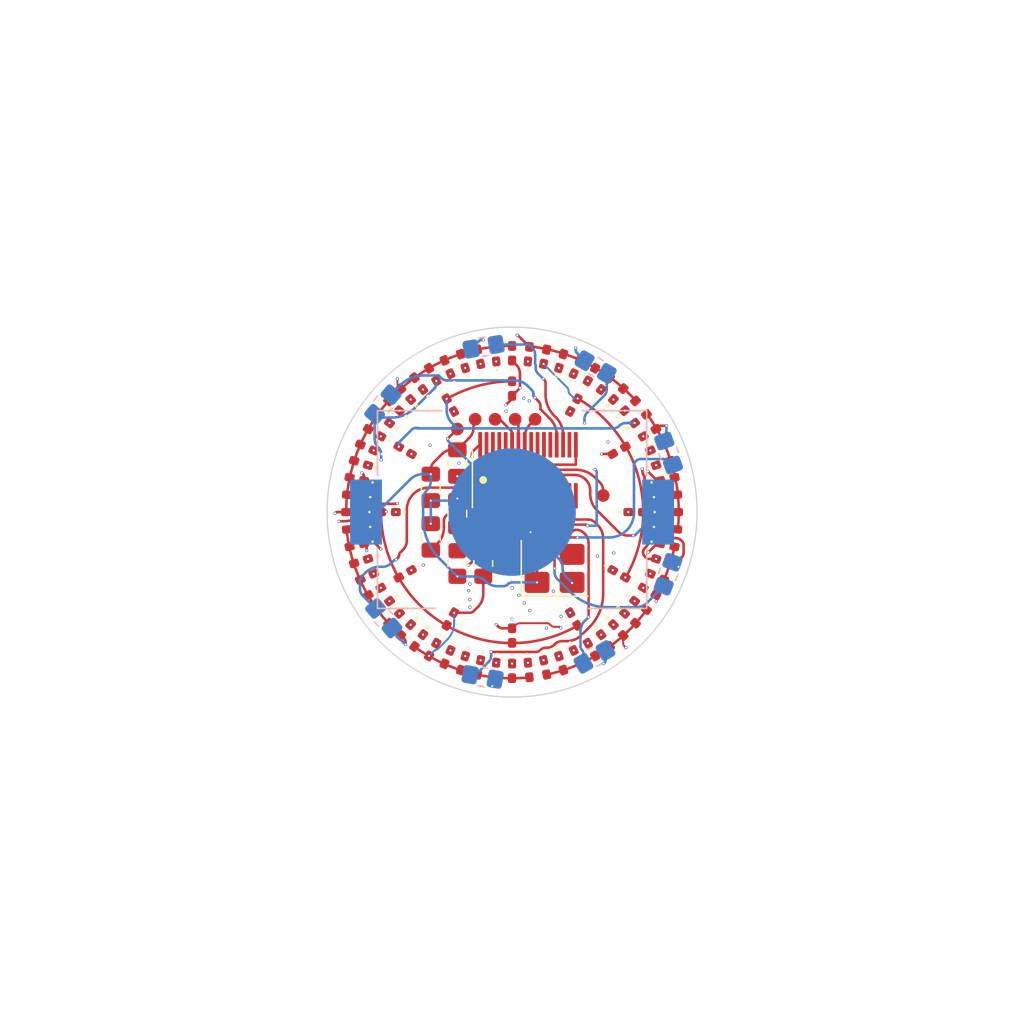
<source format=kicad_pcb>
(kicad_pcb (version 20241229) (generator "pcbnew") (generator_version "9.0")
  (layers (0 "F.Cu" signal) (4 "In1.Cu" signal) (6 "In2.Cu" signal) (2 "B.Cu" signal) (13 "F.Paste" user) (15 "B.Paste" user) (5 "F.SilkS" user "F.Silkscreen") (7 "B.SilkS" user "B.Silkscreen") (1 "F.Mask" user) (3 "B.Mask" user) (25 "Edge.Cuts" user))
  (net 0 "")
  (net 1 "NRST")
  (net 2 "GND")
  (net 3 "Net-(U3-VCORE)")
  (net 4 "Net-(U3-PA4{slash}LFCLK_IN{slash}LFXOUT)")
  (net 5 "Net-(U3-PA2{slash}ROSC)")
  (net 6 "Net-(U3-PA5{slash}HFXIN{slash}FCC_IN)")
  (net 7 "Net-(U3-PA8)")
  (net 8 "Net-(U3-PA10{slash}CLK_OUT)")
  (net 9 "Net-(U3-PA25{slash}A0_2)")
  (net 10 "Net-(U3-PA13)")
  (net 11 "Net-(U3-PA12{slash}FCC_IN)")
  (net 12 "Net-(U3-PA7{slash}CLK_OUT)")
  (net 25 "PA18{slash}SPI1_PICO{slash}BSL_Invoke")
  (net 29 "PA25{slash}SPI1_CS3")
  (net 30 "PA13{slash}TFT_D{slash}C")
  (net 31 "PA12")
  (net 32 "PA10")
  (net 33 "PA8{slash}SPI0_CS0")
  (net 34 "PA5{slash}HFXIN")
  (net 35 "PA4")
  (net 36 "PA2")
  (net 37 "Net-(U3-PA3{slash}LFXIN)")
  (net 38 "SWDIO")
  (net 39 "SWCLK")
  (net 40 "PA7")
  (net 41 "+VBATT")
  (footprint "LED_SMD:LED_0402_1005Metric_Pad0.77x0.64mm_HandSolder" (layer "F.Cu") (at 96.3808 58.45225 -150)
    (property "Reference" "D37" (hide yes))
    (property "Value" "LED_45deg")
  )
  (footprint "LED_SMD:LED_0402_1005Metric_Pad0.77x0.64mm_HandSolder" (layer "F.Cu") (at 94.985327 49.641581 168)
    (property "Reference" "D30" (hide yes))
    (property "Value" "LED_45deg")
  )
  (footprint "LED_SMD:LED_0402_1005Metric_Pad0.77x0.64mm_HandSolder" (layer "F.Cu") (at 107.159352 64.67525 -90)
    (property "Reference" "D47" (hide yes))
    (property "Value" "LED_45deg")
  )
  (footprint "TestPoint:TestPoint_Pad_D1.0mm" (layer "F.Cu") (at 102.87 45.72)
    (property "Reference" "TP2" (hide yes))
    (property "Value" "TestPoint")
  )
  (footprint "LED_SMD:LED_0402_1005Metric_Pad0.77x0.64mm_HandSolder" (layer "F.Cu") (at 102.319353 43.845375 120)
    (property "Reference" "D66" (hide yes))
    (property "Value" "LED_45deg")
  )
  (footprint "Capacitor_SMD:C_0805_2012Metric_Pad1.18x1.45mm_HandSolder" (layer "F.Cu") (at 102.87 52.3494 90)
    (property "Reference" "C4" (hide yes))
    (property "Value" "10nF")
  )
  (footprint "LED_SMD:LED_0402_1005Metric_Pad0.77x0.64mm_HandSolder" (layer "F.Cu") (at 97.478704 52.228875 180)
    (property "Reference" "D68" (hide yes))
    (property "Value" "LED_45deg")
  )
  (footprint "LED_SMD:LED_0402_1005Metric_Pad0.77x0.64mm_HandSolder" (layer "F.Cu") (at 107.159352 39.78325 90)
    (property "Reference" "D17" (hide yes))
    (property "Value" "LED_45deg")
  )
  (footprint "LED_SMD:LED_0402_1005Metric_Pad0.77x0.64mm_HandSolder" (layer "F.Cu") (at 119.537172 53.530211 -6)
    (property "Reference" "D1" (hide yes))
    (property "Value" "LED_45deg")
  )
  (footprint "LED_SMD:LED_0402_1005Metric_Pad0.77x0.64mm_HandSolder" (layer "F.Cu") (at 119.333377 49.641581 12)
    (property "Reference" "D4" (hide yes))
    (property "Value" "LED_45deg")
  )
  (footprint "LED_SMD:LED_0402_1005Metric_Pad0.77x0.64mm_HandSolder" (layer "F.Cu") (at 113.382352 63.007802 -60)
    (property "Reference" "D52" (hide yes))
    (property "Value" "LED_45deg")
  )
  (footprint "LED_SMD:LED_0402_1005Metric_Pad0.77x0.64mm_HandSolder" (layer "F.Cu") (at 115.487352 61.47843 -48)
    (property "Reference" "D54" (hide yes))
    (property "Value" "LED_45deg")
  )
  (footprint "LED_SMD:LED_0402_1005Metric_Pad0.77x0.64mm_HandSolder" (layer "F.Cu") (at 107.159727 42.548602 90)
    (property "Reference" "D65" (hide yes))
    (property "Value" "LED_45deg")
  )
  (footprint "Oscillator:Oscillator_SMD_Abracon_ASE-4Pin_3.2x2.5mm_HandSoldering" (layer "F.Cu") (at 110.49 56.642)
    (property "Reference" "Y2" (hide yes))
    (property "Value" "TXC-7C")
  )
  (footprint "TestPoint:TestPoint_Pad_D1.0mm" (layer "F.Cu") (at 107.399667 44.958)
    (property "Reference" "TP3" (hide yes))
    (property "Value" "TestPoint" (hide yes))
  )
  (footprint "LED_SMD:LED_0402_1005Metric_Pad0.77x0.64mm_HandSolder" (layer "F.Cu") (at 95.789365 47.167006 156)
    (property "Reference" "D28" (hide yes))
    (property "Value" "LED_45deg")
  )
  (footprint "LED_SMD:LED_0402_1005Metric_Pad0.77x0.64mm_HandSolder" (layer "F.Cu") (at 98.831352 61.47843 -132)
    (property "Reference" "D40" (hide yes))
    (property "Value" "LED_45deg")
  )
  (footprint "LED_SMD:LED_0402_1005Metric_Pad0.77x0.64mm_HandSolder" (layer "F.Cu") (at 100.936352 41.450698 120)
    (property "Reference" "D22" (hide yes))
    (property "Value" "LED_45deg")
  )
  (footprint "TestPoint:TestPoint_Pad_D1.0mm" (layer "F.Cu") (at 105.833333 44.958)
    (property "Reference" "TP4" (hide yes))
    (property "Value" "TestPoint" (hide yes))
  )
  (footprint "LED_SMD:LED_0402_1005Metric_Pad0.77x0.64mm_HandSolder" (layer "F.Cu") (at 113.382352 41.450698 60)
    (property "Reference" "D12" (hide yes))
    (property "Value" "LED_45deg")
  )
  (footprint "LED_SMD:LED_0402_1005Metric_Pad0.77x0.64mm_HandSolder" (layer "F.Cu") (at 119.605352 52.22925)
    (property "Reference" "D2" (hide yes))
    (property "Value" "LED_45deg")
  )
  (footprint "LED_SMD:LED_0402_1005Metric_Pad0.77x0.64mm_HandSolder" (layer "F.Cu") (at 104.571683 40.055225 102)
    (property "Reference" "D19" (hide yes))
    (property "Value" "LED_45deg")
  )
  (footprint "LED_SMD:LED_0402_1005Metric_Pad0.77x0.64mm_HandSolder" (layer "F.Cu") (at 119.537172 50.928289 6)
    (property "Reference" "D3" (hide yes))
    (property "Value" "LED_45deg")
  )
  (footprint "LED_SMD:LED_0402_1005Metric_Pad0.77x0.64mm_HandSolder" (layer "F.Cu") (at 94.985327 54.816919 -168)
    (property "Reference" "D34" (hide yes))
    (property "Value" "LED_45deg")
  )
  (footprint "Resistor_SMD:R_0805_2012Metric_Pad1.20x1.40mm_HandSolder" (layer "F.Cu") (at 102.87 56.261 90)
    (property "Reference" "R19" (hide yes))
    (property "Value" "47k")
  )
  (footprint "Capacitor_SMD:C_0805_2012Metric_Pad1.18x1.45mm_HandSolder" (layer "F.Cu") (at 102.87 48.387 -90)
    (property "Reference" "C7" (hide yes))
    (property "Value" "10uF")
  )
  (footprint "LED_SMD:LED_0402_1005Metric_Pad0.77x0.64mm_HandSolder" (layer "F.Cu") (at 111.005378 64.066099 -72)
    (property "Reference" "D50" (hide yes))
    (property "Value" "LED_45deg")
  )
  (footprint "LED_SMD:LED_0402_1005Metric_Pad0.77x0.64mm_HandSolder" (layer "F.Cu") (at 97.910172 60.55725 -138)
    (property "Reference" "D39" (hide yes))
    (property "Value" "LED_45deg")
  )
  (footprint "LED_SMD:LED_0402_1005Metric_Pad0.77x0.64mm_HandSolder" (layer "F.Cu") (at 117.937904 46.00625 30)
    (property "Reference" "D7" (hide yes))
    (property "Value" "LED_45deg")
  )
  (footprint "LED_SMD:LED_0402_1005Metric_Pad0.77x0.64mm_HandSolder" (layer "F.Cu") (at 114.474927 42.160224 54)
    (property "Reference" "D11" (hide yes))
    (property "Value" "LED_45deg")
  )
  (footprint "LED_SMD:LED_0402_1005Metric_Pad0.77x0.64mm_HandSolder" (layer "F.Cu") (at 105.858391 64.60707 -96)
    (property "Reference" "D46" (hide yes))
    (property "Value" "LED_45deg")
  )
  (footprint "LED_SMD:LED_0402_1005Metric_Pad0.77x0.64mm_HandSolder" (layer "F.Cu") (at 116.408532 60.55725 -42)
    (property "Reference" "D55" (hide yes))
    (property "Value" "LED_45deg")
  )
  (footprint "Capacitor_SMD:C_0805_2012Metric_Pad1.18x1.45mm_HandSolder" (layer "F.Cu") (at 100.7872 50.292 -90)
    (property "Reference" "C8" (hide yes))
    (property "Value" "0.1uF")
  )
  (footprint "LED_SMD:LED_0402_1005Metric_Pad0.77x0.64mm_HandSolder" (layer "F.Cu") (at 95.322503 56.075276 -162)
    (property "Reference" "D35" (hide yes))
    (property "Value" "LED_45deg")
  )
  (footprint "LED_SMD:LED_0402_1005Metric_Pad0.77x0.64mm_HandSolder" (layer "F.Cu") (at 97.090326 44.913675 144)
    (property "Reference" "D26" (hide yes))
    (property "Value" "LED_45deg")
  )
  (footprint "TestPoint:TestPoint_Pad_D1.0mm" (layer "F.Cu") (at 104.267 44.958)
    (property "Reference" "TP1" (hide yes))
    (property "Value" "TestPoint")
  )
  (footprint "LED_SMD:LED_0402_1005Metric_Pad0.77x0.64mm_HandSolder" (layer "F.Cu") (at 112.221596 63.599237 -66)
    (property "Reference" "D51" (hide yes))
    (property "Value" "LED_45deg")
  )
  (footprint "LED_SMD:LED_0402_1005Metric_Pad0.77x0.64mm_HandSolder" (layer "F.Cu") (at 117.937904 58.45225 -30)
    (property "Reference" "D57" (hide yes))
    (property "Value" "LED_45deg")
  )
  (footprint "LED_SMD:LED_0402_1005Metric_Pad0.77x0.64mm_HandSolder" (layer "F.Cu") (at 97.910172 43.90125 138)
    (property "Reference" "D25" (hide yes))
    (property "Value" "LED_45deg")
  )
  (footprint "LED_SMD:LED_0402_1005Metric_Pad0.77x0.64mm_HandSolder" (layer "F.Cu") (at 108.460313 64.60707 -84)
    (property "Reference" "D48" (hide yes))
    (property "Value" "LED_45deg")
  )
  (footprint "LED_SMD:LED_0402_1005Metric_Pad0.77x0.64mm_HandSolder" (layer "F.Cu") (at 104.571683 64.403275 -102)
    (property "Reference" "D45" (hide yes))
    (property "Value" "LED_45deg")
  )
  (footprint "LED_SMD:LED_0402_1005Metric_Pad0.77x0.64mm_HandSolder" (layer "F.Cu") (at 117.228378 44.913675 36)
    (property "Reference" "D8" (hide yes))
    (property "Value" "LED_45deg")
  )
  (footprint "LED_SMD:LED_0402_1005Metric_Pad0.77x0.64mm_HandSolder" (layer "F.Cu") (at 112.000001 43.84575 60)
    (property "Reference" "D64" (hide yes))
    (property "Value" "LED_45deg")
  )
  (footprint "LED_SMD:LED_0402_1005Metric_Pad0.77x0.64mm_HandSolder" (layer "F.Cu") (at 103.313326 40.392401 108)
    (property "Reference" "D20" (hide yes))
    (property "Value" "LED_45deg")
  )
  (footprint "LED_SMD:LED_0402_1005Metric_Pad0.77x0.64mm_HandSolder" (layer "F.Cu") (at 115.542852 57.069899 -30)
    (property "Reference" "D61" (hide yes))
    (property "Value" "LED_45deg")
  )
  (footprint "LED_SMD:LED_0402_1005Metric_Pad0.77x0.64mm_HandSolder" (layer "F.Cu") (at 102.097108 63.599237 -114)
    (property "Reference" "D43" (hide yes))
    (property "Value" "LED_45deg")
  )
  (footprint "LED_SMD:LED_0402_1005Metric_Pad0.77x0.64mm_HandSolder" (layer "F.Cu") (at 115.543227 47.389251 30)
    (property "Reference" "D63" (hide yes))
    (property "Value" "LED_45deg")
  )
  (footprint "LED_SMD:LED_0402_1005Metric_Pad0.77x0.64mm_HandSolder" (layer "F.Cu") (at 111.999351 60.613125 -60)
    (property "Reference" "D72" (hide yes))
    (property "Value" "LED_45deg")
  )
  (footprint "LED_SMD:LED_0402_1005Metric_Pad0.77x0.64mm_HandSolder" (layer "F.Cu") (at 114.474927 62.298276 -54)
    (property "Reference" "D53" (hide yes))
    (property "Value" "LED_45deg")
  )
  (footprint "LED_SMD:LED_0402_1005Metric_Pad0.77x0.64mm_HandSolder" (layer "F.Cu") (at 98.775852 47.388601 150)
    (property "Reference" "D67" (hide yes))
    (property "Value" "LED_45deg")
  )
  (footprint "LED_SMD:LED_0402_1005Metric_Pad0.77x0.64mm_HandSolder" (layer "F.Cu") (at 112.221596 40.859263 66)
    (property "Reference" "D13" (hide yes))
    (property "Value" "LED_45deg")
  )
  (footprint "LED_SMD:LED_0402_1005Metric_Pad0.77x0.64mm_HandSolder" (layer "F.Cu") (at 116.408532 43.90125 42)
    (property "Reference" "D9" (hide yes))
    (property "Value" "LED_45deg")
  )
  (footprint "LED_SMD:LED_0402_1005Metric_Pad0.77x0.64mm_HandSolder" (layer "F.Cu") (at 118.996201 48.383224 18)
    (property "Reference" "D5" (hide yes))
    (property "Value" "LED_45deg")
  )
  (footprint "LED_SMD:LED_0402_1005Metric_Pad0.77x0.64mm_HandSolder" (layer "F.Cu") (at 108.460313 39.85143 84)
    (property "Reference" "D16" (hide yes))
    (property "Value" "LED_45deg")
  )
  (footprint "led_watch:generic_VSSOP_0.5mm" (layer "F.Cu") (at 105.658 48.953025 90)
    (property "Reference" "U3" (hide yes))
    (property "Value" "M0G3507QDGS32RQ1")
  )
  (footprint "LED_SMD:LED_0402_1005Metric_Pad0.77x0.64mm_HandSolder" (layer "F.Cu") (at 109.747021 40.055225 78)
    (property "Reference" "D15" (hide yes))
    (property "Value" "LED_45deg")
  )
  (footprint "Capacitor_SMD:C_0805_2012Metric_Pad1.18x1.45mm_HandSolder" (layer "F.Cu") (at 100.7872 54.1782 90)
    (property "Reference" "C9" (hide yes))
    (property "Value" "0.47uF")
  )
  (footprint "LED_SMD:LED_0402_1005Metric_Pad0.77x0.64mm_HandSolder" (layer "F.Cu") (at 98.831352 42.98007 132)
    (property "Reference" "D24" (hide yes))
    (property "Value" "LED_45deg")
  )
  (footprint "LED_SMD:LED_0402_1005Metric_Pad0.77x0.64mm_HandSolder" (layer "F.Cu") (at 116.84 52.229625)
    (property "Reference" "D62" (hide yes))
    (property "Value" "LED_45deg")
  )
  (footprint "LED_SMD:LED_0402_1005Metric_Pad0.77x0.64mm_HandSolder" (layer "F.Cu") (at 102.318703 60.61275 -120)
    (property "Reference" "D70" (hide yes))
    (property "Value" "LED_45deg")
  )
  (footprint "LED_SMD:LED_0402_1005Metric_Pad0.77x0.64mm_HandSolder" (layer "F.Cu") (at 109.747021 64.403275 -78)
    (property "Reference" "D49" (hide yes))
    (property "Value" "LED_45deg")
  )
  (footprint "LED_SMD:LED_0402_1005Metric_Pad0.77x0.64mm_HandSolder" (layer "F.Cu") (at 94.781532 53.530211 -174)
    (property "Reference" "D33" (hide yes))
    (property "Value" "LED_45deg")
  )
  (footprint "LED_SMD:LED_0402_1005Metric_Pad0.77x0.64mm_HandSolder" (layer "F.Cu") (at 96.3808 46.00625 150)
    (property "Reference" "D27" (hide yes))
    (property "Value" "LED_45deg")
  )
  (footprint "TestPoint:TestPoint_Pad_D1.0mm" (layer "F.Cu") (at 114.3 50.927)
    (property "Reference" "TP5" (hide yes))
    (property "Value" "TestPoint" (hide yes))
  )
  (footprint "LED_SMD:LED_0402_1005Metric_Pad0.77x0.64mm_HandSolder" (layer "F.Cu") (at 119.333377 54.816919 -12)
    (property "Reference" "D60" (hide yes))
    (property "Value" "LED_45deg")
  )
  (footprint "LED_SMD:LED_0402_1005Metric_Pad0.77x0.64mm_HandSolder" (layer "F.Cu") (at 118.529339 47.167006 24)
    (property "Reference" "D6" (hide yes))
    (property "Value" "LED_45deg")
  )
  (footprint "LED_SMD:LED_0402_1005Metric_Pad0.77x0.64mm_HandSolder" (layer "F.Cu") (at 99.843777 42.160224 126)
    (property "Reference" "D23" (hide yes))
    (property "Value" "LED_45deg")
  )
  (footprint "LED_SMD:LED_0402_1005Metric_Pad0.77x0.64mm_HandSolder" (layer "F.Cu") (at 99.843777 62.298276 -126)
    (property "Reference" "D41" (hide yes))
    (property "Value" "LED_45deg")
  )
  (footprint "LED_SMD:LED_0402_1005Metric_Pad0.77x0.64mm_HandSolder" (layer "F.Cu") (at 118.996201 56.075276 -18)
    (property "Reference" "D59" (hide yes))
    (property "Value" "LED_45deg")
  )
  (footprint "LED_SMD:LED_0402_1005Metric_Pad0.77x0.64mm_HandSolder" (layer "F.Cu") (at 98.775477 57.069249 -150)
    (property "Reference" "D69" (hide yes))
    (property "Value" "LED_45deg")
  )
  (footprint "LED_SMD:LED_0402_1005Metric_Pad0.77x0.64mm_HandSolder" (layer "F.Cu") (at 100.936352 63.007802 -120)
    (property "Reference" "D42" (hide yes))
    (property "Value" "LED_45deg")
  )
  (footprint "TestPoint:TestPoint_Pad_D1.0mm" (layer "F.Cu") (at 108.966 44.958)
    (property "Reference" "TP6" (hide yes))
    (property "Value" "TestPoint" (hide yes))
  )
  (footprint "LED_SMD:LED_0402_1005Metric_Pad0.77x0.64mm_HandSolder" (layer "F.Cu") (at 97.090326 59.544825 -144)
    (property "Reference" "D38" (hide yes))
    (property "Value" "LED_45deg")
  )
  (footprint "LED_SMD:LED_0402_1005Metric_Pad0.77x0.64mm_HandSolder" (layer "F.Cu") (at 94.781532 50.928289 174)
    (property "Reference" "D31" (hide yes))
    (property "Value" "LED_45deg")
  )
  (footprint "LED_SMD:LED_0402_1005Metric_Pad0.77x0.64mm_HandSolder" (layer "F.Cu") (at 105.858391 39.85143 96)
    (property "Reference" "D18" (hide yes))
    (property "Value" "LED_45deg")
  )
  (footprint "LED_SMD:LED_0402_1005Metric_Pad0.77x0.64mm_HandSolder" (layer "F.Cu") (at 95.789365 57.291494 -156)
    (property "Reference" "D36" (hide yes))
    (property "Value" "LED_45deg")
  )
  (footprint "LED_SMD:LED_0402_1005Metric_Pad0.77x0.64mm_HandSolder" (layer "F.Cu") (at 94.713352 52.22925 180)
    (property "Reference" "D32" (hide yes))
    (property "Value" "LED_45deg")
  )
  (footprint "LED_SMD:LED_0402_1005Metric_Pad0.77x0.64mm_HandSolder" (layer "F.Cu") (at 107.158977 61.909898 -90)
    (property "Reference" "D71" (hide yes))
    (property "Value" "LED_45deg")
  )
  (footprint "LED_SMD:LED_0402_1005Metric_Pad0.77x0.64mm_HandSolder" (layer "F.Cu") (at 95.322503 48.383224 162)
    (property "Reference" "D29" (hide yes))
    (property "Value" "LED_45deg")
  )
  (footprint "LED_SMD:LED_0402_1005Metric_Pad0.77x0.64mm_HandSolder" (layer "F.Cu") (at 102.097108 40.859263 114)
    (property "Reference" "D21" (hide yes))
    (property "Value" "LED_45deg")
  )
  (footprint "LED_SMD:LED_0402_1005Metric_Pad0.77x0.64mm_HandSolder" (layer "F.Cu") (at 118.529339 57.291494 -24)
    (property "Reference" "D58" (hide yes))
    (property "Value" "LED_45deg")
  )
  (footprint "LED_SMD:LED_0402_1005Metric_Pad0.77x0.64mm_HandSolder" (layer "F.Cu") (at 117.228378 59.544825 -36)
    (property "Reference" "D56" (hide yes))
    (property "Value" "LED_45deg")
  )
  (footprint "Resistor_SMD:R_0805_2012Metric_Pad1.20x1.40mm_HandSolder" (layer "F.Cu") (at 104.902 56.261 -90)
    (property "Reference" "R11" (hide yes))
    (property "Value" "75")
  )
  (footprint "LED_SMD:LED_0402_1005Metric_Pad0.77x0.64mm_HandSolder" (layer "F.Cu") (at 115.487352 42.98007 48)
    (property "Reference" "D10" (hide yes))
    (property "Value" "LED_45deg")
  )
  (footprint "LED_SMD:LED_0402_1005Metric_Pad0.77x0.64mm_HandSolder" (layer "F.Cu") (at 103.313326 64.066099 -108)
    (property "Reference" "D44" (hide yes))
    (property "Value" "LED_45deg")
  )
  (footprint "LED_SMD:LED_0402_1005Metric_Pad0.77x0.64mm_HandSolder" (layer "F.Cu") (at 111.005378 40.392401 72)
    (property "Reference" "D14" (hide yes))
    (property "Value" "LED_45deg")
  )
  (footprint "led_watch:BAT_BAT-HLD-001" (layer "B.Cu") (at 107.159352 52.22925)
    (property "Reference" "BT1" (hide yes))
    (property "Value" "BAT-HLD-001")
  )
  (footprint "Resistor_SMD:R_0805_2012Metric_Pad1.20x1.40mm_HandSolder" (layer "B.Cu") (at 104.9274 39.2684 -170)
    (property "Reference" "R15" (hide yes))
    (property "Value" "75")
  )
  (footprint "Resistor_SMD:R_0805_2012Metric_Pad1.20x1.40mm_HandSolder" (layer "B.Cu") (at 119.4308 47.5996 110)
    (property "Reference" "R1" (hide yes))
    (property "Value" "75")
  )
  (footprint "Resistor_SMD:R_0805_2012Metric_Pad1.20x1.40mm_HandSolder" (layer "B.Cu") (at 113.616625 63.5842 30)
    (property "Reference" "R5" (hide yes))
    (property "Value" "75")
  )
  (footprint "Resistor_SMD:R_0805_2012Metric_Pad1.20x1.40mm_HandSolder" (layer "B.Cu") (at 113.718225 40.8606 150)
    (property "Reference" "R17" (hide yes))
    (property "Value" "75")
  )
  (footprint "Resistor_SMD:R_0805_2012Metric_Pad1.20x1.40mm_HandSolder" (layer "B.Cu") (at 104.8512 65.151 -10)
    (property "Reference" "R7" (hide yes))
    (property "Value" "75")
  )
  (footprint "Resistor_SMD:R_0805_2012Metric_Pad1.20x1.40mm_HandSolder" (layer "B.Cu") (at 119.38 57.0992 70)
    (property "Reference" "R3" (hide yes))
    (property "Value" "75")
  )
  (footprint "Resistor_SMD:R_0805_2012Metric_Pad1.20x1.40mm_HandSolder" (layer "B.Cu") (at 97.028 43.7896 -130)
    (property "Reference" "R13" (hide yes))
    (property "Value" "75")
  )
  (footprint "Resistor_SMD:R_0805_2012Metric_Pad1.20x1.40mm_HandSolder" (layer "B.Cu") (at 97.1042 60.5536 -50)
    (property "Reference" "R9" (hide yes))
    (property "Value" "75")
  )
  (gr_arc (start 108.5088 39.242959) (mid 113.083837 40.599644) (end 116.8654 43.510201) (stroke (width 0.2)) (layer "F.Cu") (net 36))
  (gr_arc (start 112.302443 43.32531) (mid 117.089204 49.571745) (end 116.055717 57.373215) (stroke (width 0.2)) (layer "F.Cu") (net 31))
  (gr_arc (start 94.157796 52.218378) (mid 95.017977 47.557263) (end 97.4852 43.5102) (stroke (width 0.2)) (layer "F.Cu") (net 33))
  (gr_arc (start 102.0572 43.3578) (mid 104.527009 42.32851) (end 107.180042 41.98093) (stroke (width 0.2)) (layer "F.Cu") (net 40))
  (gr_arc (start 98.4504 42.5704) (mid 102.491741 40.071356) (end 107.1626 39.199158) (stroke (width 0.2)) (layer "F.Cu") (net 34))
  (gr_arc (start 117.720248 59.86322) (mid 114.277557 63.141349) (end 109.888212 64.966697) (stroke (width 0.2)) (layer "F.Cu") (net 30))
  (gr_arc (start 119.896361 54.934677) (mid 119.324156 56.896403) (end 118.446601 58.741852) (stroke (width 0.2)) (layer "F.Cu") (net 31))
  (gr_arc (start 108.534942 65.184471) (mid 103.783573 64.813276) (end 99.483119 62.759162) (stroke (width 0.2)) (layer "F.Cu") (net 29))
  (gr_arc (start 112.354011 61.090909) (mid 102.05316 61.139108) (end 96.888771 52.226256) (stroke (width 0.2)) (layer "F.Cu") (net 40))
  (gr_arc (start 98.439509 61.926175) (mid 95.541583 58.155993) (end 94.187085 53.59775) (stroke (width 0.2)) (layer "F.Cu") (net 32))
  (gr_arc (start 117.737437 44.54712) (mid 119.778944 48.830366) (end 120.157209 53.560151) (stroke (width 0.2)) (layer "F.Cu") (net 35))
  (gr_circle (center 107.159352 52.22925) (end 121.659352 52.22925) (stroke (width 0.1)) (fill no) (layer "Edge.Cuts"))
  (segment (start 114.030592 49.895592) (end 113.675 49.54) (width 0.2) (layer "F.Cu") (net 1))
  (segment (start 107.158 49.582478) (end 107.158 50.252537) (width 0.2) (layer "F.Cu") (net 1))
  (segment (start 107.825478 48.915) (end 112.166116 48.915) (width 0.2) (layer "F.Cu") (net 1))
  (segment (start 105.654892 53.2345) (end 102.87 53.2345) (width 0.2) (layer "F.Cu") (net 1))
  (segment (start 102.87 53.2345) (end 102.87 54.9816) (width 0.2) (layer "F.Cu") (net 1))
  (arc (start 106.71775 52.79425) (mid 106.230106 53.120082) (end 105.654892 53.2345) (width 0.2) (layer "F.Cu") (net 1))
  (arc (start 114.030592 49.895592) (mid 114.229983 50.194001) (end 114.3 50.546) (width 0.2) (layer "F.Cu") (net 1))
  (arc (start 107.3535 49.1105) (mid 107.208808 49.327045) (end 107.158 49.582478) (width 0.2) (layer "F.Cu") (net 1))
  (arc (start 107.825478 48.915) (mid 107.570045 48.965808) (end 107.3535 49.1105) (width 0.2) (layer "F.Cu") (net 1))
  (arc (start 107.158 51.731392) (mid 107.043582 52.306606) (end 106.71775 52.79425) (width 0.2) (layer "F.Cu") (net 1))
  (arc (start 113.675 49.54) (mid 112.982718 49.077432) (end 112.166116 48.915) (width 0.2) (layer "F.Cu") (net 1))
  (segment (start 108.350296 53.613296) (end 108.519424 53.782424) (width 0.2) (layer "F.Cu") (net 2))
  (segment (start 108.608123 53.805593) (end 108.575358 53.805593) (width 0.2) (layer "F.Cu") (net 2))
  (segment (start 108.158 53.149051) (end 108.158 50.953025) (width 0.2) (layer "F.Cu") (net 2))
  (segment (start 102.108 46.482) (end 102.87 45.72) (width 0.2) (layer "F.Cu") (net 2))
  (via (at 100.7872 51.3295) (size 0.25) (drill 0.15) (layers "F.Cu" "B.Cu") (net 2))
  (via (at 102.87 49.4245) (size 0.25) (drill 0.15) (layers "F.Cu" "B.Cu") (net 2))
  (via (at 111.865 57.785) (size 0.25) (drill 0.15) (layers "F.Cu" "B.Cu") (net 2))
  (via (at 102.108 46.482) (size 0.25) (drill 0.15) (layers "F.Cu" "B.Cu") (net 2))
  (via (at 108.608123 53.805593) (size 0.25) (drill 0.15) (layers "F.Cu" "B.Cu") (net 2))
  (via (at 102.87 51.1595) (size 0.25) (drill 0.15) (layers "F.Cu" "B.Cu") (net 2))
  (via (at 100.7872 53.1407) (size 0.25) (drill 0.15) (layers "F.Cu" "B.Cu") (net 2))
  (arc (start 108.519424 53.782424) (mid 108.545086 53.799571) (end 108.575358 53.805593) (width 0.2) (layer "F.Cu") (net 2))
  (arc (start 108.158 53.149051) (mid 108.207976 53.400298) (end 108.350296 53.613296) (width 0.2) (layer "F.Cu") (net 2))
  (segment (start 111.425556 57.345556) (end 111.865 57.785) (width 0.2) (layer "B.Cu") (net 2))
  (segment (start 106.958216 51.459216) (end 102.152901 46.653901) (width 0.2) (layer "B.Cu") (net 2))
  (segment (start 107.360487 52.430385) (end 110.824443 55.894341) (width 0.2) (layer "B.Cu") (net 2))
  (segment (start 100.7872 51.3295) (end 100.7872 53.1407) (width 0.2) (layer "B.Cu") (net 2))
  (segment (start 102.108 46.482) (end 102.108 46.5455) (width 0.2) (layer "B.Cu") (net 2))
  (segment (start 105.623382 51.3295) (end 100.7872 51.3295) (width 0.2) (layer "B.Cu") (net 2))
  (arc (start 102.108 46.5455) (mid 102.119669 46.604166) (end 102.152901 46.653901) (width 0.2) (layer "B.Cu") (net 2))
  (arc (start 106.958216 51.459216) (mid 107.107078 51.682004) (end 107.159352 51.944801) (width 0.2) (layer "B.Cu") (net 2))
  (arc (start 107.159352 51.944801) (mid 107.211625 52.207597) (end 107.360487 52.430385) (width 0.2) (layer "B.Cu") (net 2))
  (arc (start 110.824443 55.894341) (mid 111.046887 56.227252) (end 111.125 56.619949) (width 0.2) (layer "B.Cu") (net 2))
  (arc (start 111.125 56.619949) (mid 111.203111 57.012644) (end 111.425556 57.345556) (width 0.2) (layer "B.Cu") (net 2))
  (segment (start 102.404951 52.346) (end 105.413883 52.346) (width 0.2) (layer "F.Cu") (net 3))
  (segment (start 101.8132 53.464208) (end 101.8132 52.937751) (width 0.2) (layer "F.Cu") (net 3))
  (segment (start 101.3002 54.7027) (end 100.7872 55.2157) (width 0.2) (layer "F.Cu") (net 3))
  (segment (start 105.658 52.101883) (end 105.658 50.953025) (width 0.2) (layer "F.Cu") (net 3))
  (arc (start 101.8132 53.464208) (mid 101.679875 54.134475) (end 101.3002 54.7027) (width 0.2) (layer "F.Cu") (net 3))
  (arc (start 105.658 52.101883) (mid 105.639417 52.195302) (end 105.5865 52.2745) (width 0.2) (layer "F.Cu") (net 3))
  (arc (start 102.404951 52.346) (mid 102.178497 52.391044) (end 101.98652 52.51932) (width 0.2) (layer "F.Cu") (net 3))
  (arc (start 105.5865 52.2745) (mid 105.507302 52.327417) (end 105.413883 52.346) (width 0.2) (layer "F.Cu") (net 3))
  (arc (start 101.98652 52.51932) (mid 101.858244 52.711297) (end 101.8132 52.937751) (width 0.2) (layer "F.Cu") (net 3))
  (segment (start 110.910054 54.022854) (end 110.30068 53.41348) (width 0.2) (layer "F.Cu") (net 4))
  (segment (start 109.658 51.861912) (end 109.658 50.953025) (width 0.2) (layer "F.Cu") (net 4))
  (segment (start 111.378765 54.217) (end 112.287593 54.217) (width 0.2) (layer "F.Cu") (net 4))
  (via (at 112.287593 54.217) (size 0.25) (drill 0.15) (layers "F.Cu" "B.Cu") (net 4))
  (arc (start 110.910054 54.022854) (mid 111.1251 54.166543) (end 111.378765 54.217) (width 0.2) (layer "F.Cu") (net 4))
  (arc (start 109.658 51.861912) (mid 109.825027 52.701614) (end 110.30068 53.41348) (width 0.2) (layer "F.Cu") (net 4))
  (segment (start 114.782262 54.217) (end 112.287593 54.217) (width 0.2) (layer "B.Cu") (net 4))
  (segment (start 118.973682 48.071169) (end 117.252157 48.071169) (width 0.2) (layer "B.Cu") (net 4))
  (segment (start 116.713 48.610326) (end 116.713 52.286262) (width 0.2) (layer "B.Cu") (net 4))
  (arc (start 116.713 52.286262) (mid 116.566031 53.025123) (end 116.1475 53.6515) (width 0.2) (layer "B.Cu") (net 4))
  (arc (start 117.252157 48.071169) (mid 117.04583 48.112209) (end 116.870915 48.229084) (width 0.2) (layer "B.Cu") (net 4))
  (arc (start 116.1475 53.6515) (mid 115.521123 54.070031) (end 114.782262 54.217) (width 0.2) (layer "B.Cu") (net 4))
  (arc (start 119.538758 48.305231) (mid 119.279498 48.131999) (end 118.973682 48.071169) (width 0.2) (layer "B.Cu") (net 4))
  (arc (start 116.870915 48.229084) (mid 116.75404 48.403999) (end 116.713 48.610326) (width 0.2) (layer "B.Cu") (net 4))
  (segment (start 110.49 56.642) (end 110.49 55.309809) (width 0.2) (layer "F.Cu") (net 5))
  (segment (start 109.348127 53.595127) (end 110.084963 54.331963) (width 0.2) (layer "F.Cu") (net 5))
  (segment (start 108.658 51.929012) (end 108.658 50.953025) (width 0.2) (layer "F.Cu") (net 5))
  (via (at 110.49 56.642) (size 0.25) (drill 0.15) (layers "F.Cu" "B.Cu") (net 5))
  (arc (start 108.658 51.929012) (mid 108.837358 52.830707) (end 109.348127 53.595127) (width 0.2) (layer "F.Cu") (net 5))
  (arc (start 110.084963 54.331963) (mid 110.384734 54.780603) (end 110.49 55.309809) (width 0.2) (layer "F.Cu") (net 5))
  (segment (start 110.49 56.642) (end 110.49 56.950971) (width 0.2) (layer "B.Cu") (net 5))
  (segment (start 116.87366 59.69) (end 114.638366 59.69) (width 0.2) (layer "B.Cu") (net 5))
  (segment (start 117.749766 59.327105) (end 119.03798 58.038893) (width 0.2) (layer "B.Cu") (net 5))
  (segment (start 111.705028 58.474971) (end 110.708475 57.478418) (width 0.2) (layer "B.Cu") (net 5))
  (arc (start 117.749766 59.327105) (mid 117.347805 59.595686) (end 116.87366 59.69) (width 0.2) (layer "B.Cu") (net 5))
  (arc (start 110.49 56.950971) (mid 110.546779 57.236423) (end 110.708475 57.478418) (width 0.2) (layer "B.Cu") (net 5))
  (arc (start 111.705028 58.474971) (mid 113.050855 59.374224) (end 114.638366 59.69) (width 0.2) (layer "B.Cu") (net 5))
  (segment (start 111.422258 53.816) (end 111.697228 53.816) (width 0.2) (layer "F.Cu") (net 6))
  (segment (start 113.157894 60.463756) (end 113.157894 54.676724) (width 0.2) (layer "F.Cu") (net 6))
  (segment (start 112.788582 53.868046) (end 112.847215 53.926679) (width 0.2) (layer "F.Cu") (net 6))
  (segment (start 110.71415 53.25985) (end 111.16285 53.70855) (width 0.2) (layer "F.Cu") (net 6))
  (segment (start 110.158 51.917185) (end 110.158 50.953025) (width 0.2) (layer "F.Cu") (net 6))
  (via (at 113.157894 60.463756) (size 0.25) (drill 0.15) (layers "F.Cu" "B.Cu") (net 6))
  (arc (start 112.847215 53.926679) (mid 113.077151 54.270802) (end 113.157894 54.676724) (width 0.2) (layer "F.Cu") (net 6))
  (arc (start 111.16285 53.70855) (mid 111.281867 53.788075) (end 111.422258 53.816) (width 0.2) (layer "F.Cu") (net 6))
  (arc (start 112.180071 53.616) (mid 112.049376 53.641979) (end 111.93865 53.716) (width 0.2) (layer "F.Cu") (net 6))
  (arc (start 112.788582 53.868046) (mid 112.509403 53.681505) (end 112.180071 53.616) (width 0.2) (layer "F.Cu") (net 6))
  (arc (start 110.158 51.917185) (mid 110.302538 52.64383) (end 110.71415 53.25985) (width 0.2) (layer "F.Cu") (net 6))
  (arc (start 111.93865 53.716) (mid 111.827884 53.79001) (end 111.697228 53.816) (width 0.2) (layer "F.Cu") (net 6))
  (segment (start 113.157894 60.463756) (end 112.839947 60.781703) (width 0.2) (layer "B.Cu") (net 6))
  (segment (start 112.7506 63.306044) (end 112.7506 64.0842) (width 0.2) (layer "B.Cu") (net 6))
  (segment (start 112.522 62.754155) (end 112.522 61.549294) (width 0.2) (layer "B.Cu") (net 6))
  (arc (start 112.522 62.754155) (mid 112.551705 62.903495) (end 112.6363 63.0301) (width 0.2) (layer "B.Cu") (net 6))
  (arc (start 112.839947 60.781703) (mid 112.604631 61.133876) (end 112.522 61.549294) (width 0.2) (layer "B.Cu") (net 6))
  (arc (start 112.6363 63.0301) (mid 112.720894 63.156704) (end 112.7506 63.306044) (width 0.2) (layer "B.Cu") (net 6))
  (segment (start 114.3 54.292395) (end 114.3 58.635602) (width 0.2) (layer "F.Cu") (net 7))
  (segment (start 113.21389 61.257701) (end 112.616287 61.855305) (width 0.2) (layer "F.Cu") (net 7))
  (segment (start 109.895754 62.865) (end 109.798123 62.865) (width 0.2) (layer "F.Cu") (net 7))
  (segment (start 110.457623 62.632265) (end 110.485484 62.604405) (width 0.2) (layer "F.Cu") (net 7))
  (segment (start 113.866988 53.247012) (end 113.657839 53.037863) (width 0.2) (layer "F.Cu") (net 7))
  (segment (start 111.658 52.236997) (end 111.658 50.953025) (width 0.2) (layer "F.Cu") (net 7))
  (segment (start 113.117386 52.814) (end 112.235002 52.814) (width 0.2) (layer "F.Cu") (net 7))
  (segment (start 111.43693 62.343811) (end 111.114615 62.343811) (width 0.2) (layer "F.Cu") (net 7))
  (segment (start 105.519927 63.192397) (end 109.007717 63.192397) (width 0.2) (layer "F.Cu") (net 7))
  (via (at 105.519927 63.192397) (size 0.25) (drill 0.15) (layers "F.Cu" "B.Cu") (net 7))
  (arc (start 113.657839 53.037863) (mid 113.409877 52.87218) (end 113.117386 52.814) (width 0.2) (layer "F.Cu") (net 7))
  (arc (start 111.827 52.645) (mid 112.014192 52.770078) (end 112.235002 52.814) (width 0.2) (layer "F.Cu") (net 7))
  (arc (start 111.114615 62.343811) (mid 110.774131 62.411537) (end 110.485484 62.604405) (width 0.2) (layer "F.Cu") (net 7))
  (arc (start 109.798123 62.865) (mid 109.58424 62.907543) (end 109.40292 63.028698) (width 0.2) (layer "F.Cu") (net 7))
  (arc (start 111.658 52.236997) (mid 111.701921 52.457806) (end 111.827 52.645) (width 0.2) (layer "F.Cu") (net 7))
  (arc (start 110.457623 62.632265) (mid 110.199835 62.804514) (end 109.895754 62.865) (width 0.2) (layer "F.Cu") (net 7))
  (arc (start 112.616287 61.855305) (mid 112.075193 62.216852) (end 111.43693 62.343811) (width 0.2) (layer "F.Cu") (net 7))
  (arc (start 114.3 58.635602) (mid 114.017729 60.054672) (end 113.21389 61.257701) (width 0.2) (layer "F.Cu") (net 7))
  (arc (start 109.40292 63.028698) (mid 109.221599 63.149853) (end 109.007717 63.192397) (width 0.2) (layer "F.Cu") (net 7))
  (arc (start 113.866988 53.247012) (mid 114.187463 53.726637) (end 114.3 54.292395) (width 0.2) (layer "F.Cu") (net 7))
  (segment (start 105.519927 63.481735) (end 105.519927 63.192397) (width 0.2) (layer "B.Cu") (net 7))
  (segment (start 105.315334 63.975665) (end 104.471776 64.819223) (width 0.2) (layer "B.Cu") (net 7))
  (arc (start 105.519927 63.481735) (mid 105.466755 63.749048) (end 105.315334 63.975665) (width 0.2) (layer "B.Cu") (net 7))
  (arc (start 104.471776 64.819223) (mid 104.296625 64.936255) (end 104.09002 64.977352) (width 0.2) (layer "B.Cu") (net 7))
  (segment (start 98.378511 55.418488) (end 98.604082 55.192917) (width 0.2) (layer "F.Cu") (net 8))
  (segment (start 98.072531 55.952189) (end 98.217488 55.807232) (width 0.2) (layer "F.Cu") (net 8))
  (segment (start 98.072531 55.959363) (end 98.072531 55.952189) (width 0.2) (layer "F.Cu") (net 8))
  (segment (start 104.6375 49.4135) (end 104.009192 50.041808) (width 0.2) (layer "F.Cu") (net 8))
  (segment (start 98.910165 54.453968) (end 98.910165 52.050553) (width 0.2) (layer "F.Cu") (net 8))
  (segment (start 112.158 48.484979) (end 112.158 46.953025) (width 0.2) (layer "F.Cu") (net 8))
  (segment (start 106.809085 48.514) (end 112.128979 48.514) (width 0.2) (layer "F.Cu") (net 8))
  (segment (start 100.647718 50.313) (end 103.354476 50.313) (width 0.2) (layer "F.Cu") (net 8))
  (via (at 98.072531 55.959363) (size 0.25) (drill 0.15) (layers "F.Cu" "B.Cu") (net 8))
  (arc (start 99.419082 50.821917) (mid 99.982785 50.445263) (end 100.647718 50.313) (width 0.2) (layer "F.Cu") (net 8))
  (arc (start 98.604082 55.192917) (mid 98.830616 54.853884) (end 98.910165 54.453968) (width 0.2) (layer "F.Cu") (net 8))
  (arc (start 98.910165 52.050553) (mid 99.042428 51.38562) (end 99.419082 50.821917) (width 0.2) (layer "F.Cu") (net 8))
  (arc (start 104.6375 49.4135) (mid 105.633831 48.747772) (end 106.809085 48.514) (width 0.2) (layer "F.Cu") (net 8))
  (arc (start 98.298 55.61286) (mid 98.318924 55.507666) (end 98.378511 55.418488) (width 0.2) (layer "F.Cu") (net 8))
  (arc (start 103.354476 50.313) (mid 103.708806 50.24252) (end 104.009192 50.041808) (width 0.2) (layer "F.Cu") (net 8))
  (arc (start 112.128979 48.514) (mid 112.140084 48.51179) (end 112.1495 48.5055) (width 0.2) (layer "F.Cu") (net 8))
  (arc (start 98.217488 55.807232) (mid 98.277075 55.718053) (end 98.298 55.61286) (width 0.2) (layer "F.Cu") (net 8))
  (arc (start 112.1495 48.5055) (mid 112.15579 48.496084) (end 112.158 48.484979) (width 0.2) (layer "F.Cu") (net 8))
  (segment (start 98.072531 55.959363) (end 98.053164 55.959363) (width 0.2) (layer "B.Cu") (net 8))
  (segment (start 97.01583 56.515) (end 96.774 56.515) (width 0.2) (layer "B.Cu") (net 8))
  (segment (start 95.457486 58.78363) (end 96.461412 59.787556) (width 0.2) (layer "B.Cu") (net 8))
  (segment (start 97.929415 55.994584) (end 97.687012 56.236986) (width 0.2) (layer "B.Cu") (net 8))
  (segment (start 98.052775 55.958974) (end 98.015386 55.958974) (width 0.2) (layer "B.Cu") (net 8))
  (segment (start 98.053164 55.959363) (end 98.052775 55.958974) (width 0.2) (layer "B.Cu") (net 8))
  (segment (start 95.23642 57.677436) (end 95.23642 58.249928) (width 0.2) (layer "B.Cu") (net 8))
  (segment (start 95.689987 56.964012) (end 95.420166 57.233833) (width 0.2) (layer "B.Cu") (net 8))
  (arc (start 96.774 56.515) (mid 96.187336 56.631694) (end 95.689987 56.964012) (width 0.2) (layer "B.Cu") (net 8))
  (arc (start 97.687012 56.236986) (mid 97.379071 56.442746) (end 97.01583 56.515) (width 0.2) (layer "B.Cu") (net 8))
  (arc (start 95.23642 58.249928) (mid 95.293873 58.538765) (end 95.457486 58.78363) (width 0.2) (layer "B.Cu") (net 8))
  (arc (start 98.015386 55.958974) (mid 97.968859 55.968228) (end 97.929415 55.994584) (width 0.2) (layer "B.Cu") (net 8))
  (arc (start 95.420166 57.233833) (mid 95.284174 57.43736) (end 95.23642 57.677436) (width 0.2) (layer "B.Cu") (net 8))
  (segment (start 104.594416 46.969633) (end 104.128947 47.435102) (width 0.2) (layer "F.Cu") (net 9))
  (segment (start 103.759 56.388) (end 104.880344 55.266655) (width 0.2) (layer "F.Cu") (net 9))
  (segment (start 104.013 47.879) (end 104.013 47.715025) (width 0.2) (layer "F.Cu") (net 9))
  (via (at 104.013 47.879) (size 0.25) (drill 0.15) (layers "F.Cu" "B.Cu") (net 9))
  (via (at 103.759 56.388) (size 0.25) (drill 0.15) (layers "F.Cu" "B.Cu") (net 9))
  (arc (start 104.128947 47.435102) (mid 104.043133 47.563531) (end 104.013 47.715025) (width 0.2) (layer "F.Cu") (net 9))
  (arc (start 104.634512 46.953025) (mid 104.612812 46.957341) (end 104.594416 46.969633) (width 0.2) (layer "F.Cu") (net 9))
  (segment (start 108.948098 43.263396) (end 109.219021 43.534319) (width 0.2) (layer "F.Cu") (net 10))
  (segment (start 108.948098 43.258143) (end 108.948098 43.263396) (width 0.2) (layer "F.Cu") (net 10))
  (segment (start 109.383 43.930199) (end 109.383 44.161392) (width 0.2) (layer "F.Cu") (net 10))
  (segment (start 109.3825 44.1636) (end 110.122746 44.903846) (width 0.2) (layer "F.Cu") (net 10))
  (segment (start 109.383 44.161392) (end 109.3825 44.1626) (width 0.2) (layer "F.Cu") (net 10))
  (segment (start 109.3825 44.1626) (end 109.3825 44.1636) (width 0.2) (layer "F.Cu") (net 10))
  (via (at 108.948098 43.258143) (size 0.25) (drill 0.15) (layers "F.Cu" "B.Cu") (net 10))
  (arc (start 110.122746 44.903846) (mid 110.518892 45.49672) (end 110.658 46.196062) (width 0.2) (layer "F.Cu") (net 10))
  (arc (start 109.219021 43.534319) (mid 109.340383 43.71595) (end 109.383 43.930199) (width 0.2) (layer "F.Cu") (net 10))
  (segment (start 99.877912 41.54518) (end 99.73599 41.569295) (width 0.2) (layer "B.Cu") (net 10))
  (segment (start 108.76443 42.73545) (end 108.730243 42.690894) (width 0.2) (layer "B.Cu") (net 10))
  (segment (start 100.236668 41.520498) (end 100.16469 41.520987) (width 0.2) (layer "B.Cu") (net 10))
  (segment (start 108.814002 42.835972) (end 108.79251 42.784087) (width 0.2) (layer "B.Cu") (net 10))
  (segment (start 98.693457 42.035808) (end 98.580908 42.125563) (width 0.2) (layer "B.Cu") (net 10))
  (segment (start 100.16469 41.520987) (end 100.020962 41.529061) (width 0.2) (layer "B.Cu") (net 10))
  (segment (start 99.058743 41.80628) (end 98.932751 41.875915) (width 0.2) (layer "B.Cu") (net 10))
  (segment (start 108.79251 42.784087) (end 108.76443 42.73545) (width 0.2) (layer "B.Cu") (net 10))
  (segment (start 99.457316 41.641183) (end 99.321439 41.688729) (width 0.2) (layer "B.Cu") (net 10))
  (segment (start 108.872806 43.187518) (end 108.855123 43.161062) (width 0.2) (layer "B.Cu") (net 10))
  (segment (start 98.580908 42.125563) (end 98.47357 42.221488) (width 0.2) (layer "B.Cu") (net 10))
  (segment (start 101.809314 41.859899) (end 101.742078 41.827517) (width 0.2) (layer "B.Cu") (net 10))
  (segment (start 108.354647 42.315284) (end 108.27299 42.244532) (width 0.2) (layer "B.Cu") (net 10))
  (segment (start 108.83633 43.084545) (end 108.83633 42.973979) (width 0.2) (layer "B.Cu") (net 10))
  (segment (start 108.186493 42.179786) (end 108.095599 42.121375) (width 0.2) (layer "B.Cu") (net 10))
  (segment (start 101.620548 41.741279) (end 101.593808 41.715249) (width 0.2) (layer "B.Cu") (net 10))
  (segment (start 108.83587 42.945899) (end 108.828538 42.890219) (width 0.2) (layer "B.Cu") (net 10))
  (segment (start 101.593808 41.715249) (end 101.399057 41.520498) (width 0.2) (layer "B.Cu") (net 10))
  (segment (start 107.32327 41.91) (end 102.063978 41.91) (width 0.2) (layer "B.Cu") (net 10))
  (segment (start 98.810861 41.952505) (end 98.693457 42.035808) (width 0.2) (layer "B.Cu") (net 10))
  (segment (start 107.902486 42.024717) (end 107.801253 41.986962) (width 0.2) (layer "B.Cu") (net 10))
  (segment (start 98.932751 41.875915) (end 98.810861 41.952505) (width 0.2) (layer "B.Cu") (net 10))
  (segment (start 107.485062 41.918186) (end 107.377292 41.910481) (width 0.2) (layer "B.Cu") (net 10))
  (segment (start 101.399057 41.520498) (end 100.236668 41.520498) (width 0.2) (layer "B.Cu") (net 10))
  (segment (start 108.828538 42.890219) (end 108.814002 42.835972) (width 0.2) (layer "B.Cu") (net 10))
  (segment (start 108.393165 42.353165) (end 108.354647 42.315284) (width 0.2) (layer "B.Cu") (net 10))
  (segment (start 99.73599 41.569295) (end 99.595645 41.60133) (width 0.2) (layer "B.Cu") (net 10))
  (segment (start 100.020962 41.529061) (end 99.877912 41.54518) (width 0.2) (layer "B.Cu") (net 10))
  (segment (start 102.026665 41.909516) (end 101.952507 41.901158) (width 0.2) (layer "B.Cu") (net 10))
  (segment (start 107.697584 41.956525) (end 107.592008 41.93356) (width 0.2) (layer "B.Cu") (net 10))
  (segment (start 99.188442 41.74382) (end 99.058743 41.80628) (width 0.2) (layer "B.Cu") (net 10))
  (segment (start 102.063978 41.91) (end 102.026665 41.909516) (width 0.2) (layer "B.Cu") (net 10))
  (segment (start 108.730243 42.690894) (end 108.710713 42.670713) (width 0.2) (layer "B.Cu") (net 10))
  (segment (start 101.879752 41.884549) (end 101.809314 41.859899) (width 0.2) (layer "B.Cu") (net 10))
  (segment (start 108.000768 42.069598) (end 107.902486 42.024717) (width 0.2) (layer "B.Cu") (net 10))
  (segment (start 108.948098 43.258143) (end 108.942845 43.258143) (width 0.2) (layer "B.Cu") (net 10))
  (segment (start 108.710713 42.670713) (end 108.393165 42.353165) (width 0.2) (layer "B.Cu") (net 10))
  (segment (start 108.883764 43.199062) (end 108.872806 43.187518) (width 0.2) (layer "B.Cu") (net 10))
  (segment (start 98.47357 42.221488) (end 98.422317 42.272027) (width 0.2) (layer "B.Cu") (net 10))
  (segment (start 107.801253 41.986962) (end 107.697584 41.956525) (width 0.2) (layer "B.Cu") (net 10))
  (segment (start 108.27299 42.244532) (end 108.186493 42.179786) (width 0.2) (layer "B.Cu") (net 10))
  (segment (start 101.952507 41.901158) (end 101.879752 41.884549) (width 0.2) (layer "B.Cu") (net 10))
  (segment (start 101.742078 41.827517) (end 101.678891 41.78781) (width 0.2) (layer "B.Cu") (net 10))
  (segment (start 108.836724 43.100456) (end 108.83633 43.084545) (width 0.2) (layer "B.Cu") (net 10))
  (segment (start 99.321439 41.688729) (end 99.188442 41.74382) (width 0.2) (layer "B.Cu") (net 10))
  (segment (start 108.095599 42.121375) (end 108.000768 42.069598) (width 0.2) (layer "B.Cu") (net 10))
  (segment (start 99.595645 41.60133) (end 99.457316 41.641183) (width 0.2) (layer "B.Cu") (net 10))
  (segment (start 98.422317 42.272027) (end 97.670788 43.023556) (width 0.2) (layer "B.Cu") (net 10))
  (segment (start 108.842939 43.131665) (end 108.836724 43.100456) (width 0.2) (layer "B.Cu") (net 10))
  (segment (start 108.855123 43.161062) (end 108.842939 43.131665) (width 0.2) (layer "B.Cu") (net 10))
  (segment (start 107.592008 41.93356) (end 107.485062 41.918186) (width 0.2) (layer "B.Cu") (net 10))
  (segment (start 108.83633 42.973979) (end 108.83587 42.945899) (width 0.2) (layer "B.Cu") (net 10))
  (segment (start 101.678891 41.78781) (end 101.620548 41.741279) (width 0.2) (layer "B.Cu") (net 10))
  (segment (start 108.942845 43.258143) (end 108.883764 43.199062) (width 0.2) (layer "B.Cu") (net 10))
  (segment (start 107.377292 41.910481) (end 107.32327 41.91) (width 0.2) (layer "B.Cu") (net 10))
  (segment (start 110.599023 44.813023) (end 110.471 44.685) (width 0.2) (layer "F.Cu") (net 11))
  (segment (start 109.784 42.0954) (end 109.784 43.026435) (width 0.2) (layer "F.Cu") (net 11))
  (segment (start 109.601353 41.783353) (end 109.6925 41.8745) (width 0.2) (layer "F.Cu") (net 11))
  (segment (start 109.601 41.782) (end 109.601 41.7825) (width 0.2) (layer "F.Cu") (net 11))
  (via (at 109.601 41.782) (size 0.25) (drill 0.15) (layers "F.Cu" "B.Cu") (net 11))
  (arc (start 110.599023 44.813023) (mid 111.012726 45.432173) (end 111.158 46.162512) (width 0.2) (layer "F.Cu") (net 11))
  (arc (start 109.601 41.7825) (mid 109.601091 41.782961) (end 109.601353 41.783353) (width 0.2) (layer "F.Cu") (net 11))
  (arc (start 109.784 43.026435) (mid 109.962545 43.924043) (end 110.471 44.685) (width 0.2) (layer "F.Cu") (net 11))
  (arc (start 109.6925 41.8745) (mid 109.760219 41.975849) (end 109.784 42.0954) (width 0.2) (layer "F.Cu") (net 11))
  (segment (start 108.501892 39.107452) (end 108.740296 39.345856) (width 0.2) (layer "B.Cu") (net 11))
  (segment (start 108.966 39.890753) (end 108.966 40.608887) (width 0.2) (layer "B.Cu") (net 11))
  (segment (start 109.01 40.9375) (end 109.01 40.715112) (width 0.2) (layer "B.Cu") (net 11))
  (segment (start 108.471231 39.094752) (end 105.912208 39.094752) (width 0.2) (layer "B.Cu") (net 11))
  (segment (start 109.189251 41.370251) (end 109.601 41.782) (width 0.2) (layer "B.Cu") (net 11))
  (arc (start 108.966 40.608887) (mid 108.971717 40.637631) (end 108.988 40.662) (width 0.2) (layer "B.Cu") (net 11))
  (arc (start 108.988 40.662) (mid 109.004282 40.686368) (end 109.01 40.715112) (width 0.2) (layer "B.Cu") (net 11))
  (arc (start 109.01 40.9375) (mid 109.056585 41.171703) (end 109.189251 41.370251) (width 0.2) (layer "B.Cu") (net 11))
  (arc (start 108.740296 39.345856) (mid 108.907341 39.595856) (end 108.966 39.890753) (width 0.2) (layer "B.Cu") (net 11))
  (arc (start 108.501892 39.107452) (mid 108.487824 39.098052) (end 108.471231 39.094752) (width 0.2) (layer "B.Cu") (net 11))
  (segment (start 112.92494 53.215) (end 112.013971 53.215) (width 0.2) (layer "F.Cu") (net 12))
  (segment (start 113.027525 53.257491) (end 113.070017 53.299983) (width 0.2) (layer "F.Cu") (net 12))
  (segment (start 111.756041 53.331508) (end 111.77255 53.315) (width 0.2) (layer "F.Cu") (net 12))
  (segment (start 111.158 52.860983) (end 111.158 50.953025) (width 0.2) (layer "F.Cu") (net 12))
  (via (at 113.665 48.895) (size 0.25) (drill 0.15) (layers "F.Cu" "B.Cu") (net 12))
  (via (at 113.070017 53.299983) (size 0.25) (drill 0.15) (layers "F.Cu" "B.Cu") (net 12))
  (via (at 112.836404 45.240708) (size 0.25) (drill 0.15) (layers "F.Cu" "B.Cu") (net 12))
  (arc (start 112.013971 53.215) (mid 111.883314 53.240989) (end 111.77255 53.315) (width 0.2) (layer "F.Cu") (net 12))
  (arc (start 113.027525 53.257491) (mid 112.980458 53.226043) (end 112.92494 53.215) (width 0.2) (layer "F.Cu") (net 12))
  (arc (start 111.352908 53.331508) (mid 111.445387 53.393301) (end 111.554475 53.415) (width 0.2) (layer "F.Cu") (net 12))
  (arc (start 111.756041 53.331508) (mid 111.663561 53.393301) (end 111.554475 53.415) (width 0.2) (layer "F.Cu") (net 12))
  (arc (start 111.158 52.860983) (mid 111.208651 53.115621) (end 111.352908 53.331508) (width 0.2) (layer "F.Cu") (net 12))
  (segment (start 113.641859 53.299983) (end 113.070017 53.299983) (width 0.2) (layer "B.Cu") (net 12))
  (segment (start 112.836404 45.240708) (end 112.836404 44.942152) (width 0.2) (layer "B.Cu") (net 12))
  (segment (start 113.792 49.111802) (end 113.792 53.149842) (width 0.2) (layer "B.Cu") (net 12))
  (segment (start 113.7285 48.9585) (end 113.665 48.895) (width 0.2) (layer "B.Cu") (net 12))
  (segment (start 113.047514 44.432484) (end 114.386321 43.093679) (width 0.2) (layer "B.Cu") (net 12))
  (segment (start 114.58425 42.615836) (end 114.58425 41.3606) (width 0.2) (layer "B.Cu") (net 12))
  (arc (start 114.58425 42.615836) (mid 114.53281 42.874443) (end 114.386321 43.093679) (width 0.2) (layer "B.Cu") (net 12))
  (arc (start 113.7285 48.9585) (mid 113.775496 49.028835) (end 113.792 49.111802) (width 0.2) (layer "B.Cu") (net 12))
  (arc (start 113.792 53.149842) (mid 113.780571 53.207298) (end 113.748025 53.256008) (width 0.2) (layer "B.Cu") (net 12))
  (arc (start 113.047514 44.432484) (mid 112.891269 44.666321) (end 112.836404 44.942152) (width 0.2) (layer "B.Cu") (net 12))
  (arc (start 113.748025 53.256008) (mid 113.699315 53.288554) (end 113.641859 53.299983) (width 0.2) (layer "B.Cu") (net 12))
  (segment (start 108.562 45.362) (end 108.966 44.958) (width 0.2) (layer "F.Cu") (net 25))
  (arc (start 108.562 45.362) (mid 108.262996 45.80949) (end 108.158 46.337342) (width 0.2) (layer "F.Cu") (net 25))
  (segment (start 104.902 58.628026) (end 104.902 57.261001) (width 0.2) (layer "F.Cu") (net 29))
  (segment (start 103.852473 60.11695) (end 102.604953 60.11695) (width 0.2) (layer "F.Cu") (net 29))
  (segment (start 104.465904 59.680854) (end 104.155171 59.991573) (width 0.2) (layer "F.Cu") (net 29))
  (via (at 111.988739 41.382268) (size 0.25) (drill 0.15) (layers "F.Cu" "B.Cu") (net 29))
  (via (at 102.619306 60.131303) (size 0.25) (drill 0.15) (layers "F.Cu" "B.Cu") (net 29))
  (via (at 100.650102 63.503602) (size 0.25) (drill 0.15) (layers "F.Cu" "B.Cu") (net 29))
  (via (at 116.2675 52.229625) (size 0.25) (drill 0.15) (layers "F.Cu" "B.Cu") (net 29))
  (via (at 114.677675 46.736) (size 0.25) (drill 0.15) (layers "F.Cu" "B.Cu") (net 29))
  (via (at 118.451721 48.560136) (size 0.25) (drill 0.15) (layers "F.Cu" "B.Cu") (net 29))
  (via (at 95.866983 48.560136) (size 0.25) (drill 0.15) (layers "F.Cu" "B.Cu") (net 29))
  (via (at 110.998 60.4064) (size 0.25) (drill 0.15) (layers "F.Cu" "B.Cu") (net 29))
  (via (at 115.104275 61.05298) (size 0.25) (drill 0.15) (layers "F.Cu" "B.Cu") (net 29))
  (via (at 96.8766 58.166) (size 0.25) (drill 0.15) (layers "F.Cu" "B.Cu") (net 29))
  (via (at 102.329965 41.382268) (size 0.25) (drill 0.15) (layers "F.Cu" "B.Cu") (net 29))
  (arc (start 104.902 58.628026) (mid 104.788662 59.197812) (end 104.465904 59.680854) (width 0.2) (layer "F.Cu") (net 29))
  (arc (start 104.155171 59.991573) (mid 104.016291 60.084366) (end 103.852473 60.11695) (width 0.2) (layer "F.Cu") (net 29))
  (segment (start 102.07031 62.233089) (end 101.331955 62.971445) (width 0.1524) (layer "B.Cu") (net 29))
  (segment (start 101.076407 63.077296) (end 100.650102 63.503602) (width 0.1524) (layer "B.Cu") (net 29))
  (segment (start 102.619306 60.907699) (end 102.619306 60.131303) (width 0.1524) (layer "B.Cu") (net 29))
  (arc (start 101.204181 63.024371) (mid 101.13503 63.038125) (end 101.076407 63.077296) (width 0.1524) (layer "B.Cu") (net 29))
  (arc (start 101.331955 62.971445) (mid 101.273332 63.010615) (end 101.204181 63.024371) (width 0.1524) (layer "B.Cu") (net 29))
  (arc (start 102.619306 60.907699) (mid 102.476626 61.624995) (end 102.07031 62.233089) (width 0.1524) (layer "B.Cu") (net 29))
  (segment (start 106.065999 61.189399) (end 105.918 61.0414) (width 0.2032) (layer "F.Cu") (net 30))
  (segment (start 110.941581 61.262783) (end 110.982159 61.303361) (width 0.1524) (layer "F.Cu") (net 30))
  (segment (start 95.545317 49.425347) (end 95.545317 49.760608) (width 0.2032) (layer "F.Cu") (net 30))
  (segment (start 115.870429 62.512392) (end 115.870429 61.90388) (width 0.1524) (layer "F.Cu") (net 30))
  (segment (start 95.466976 49.236216) (end 95.388635 49.157875) (width 0.2032) (layer "F.Cu") (net 30))
  (segment (start 106.4233 61.337398) (end 107.158977 61.337398) (width 0.2032) (layer "F.Cu") (net 30))
  (segment (start 110.1633 61.080503) (end 110.074788 60.99199) (width 0.1524) (layer "F.Cu") (net 30))
  (segment (start 116.074622 62.860972) (end 115.972525 62.758875) (width 0.1524) (layer "F.Cu") (net 30))
  (segment (start 114.173 47.675501) (end 115.047427 47.675501) (width 0.2032) (layer "F.Cu") (net 30))
  (segment (start 110.843618 61.222206) (end 110.505401 61.222206) (width 0.1524) (layer "F.Cu") (net 30))
  (segment (start 109.946376 60.9388) (end 107.839426 60.9388) (width 0.1524) (layer "F.Cu") (net 30))
  (via (at 96.901 48.132536) (size 0.25) (drill 0.15) (layers "F.Cu" "B.Cu") (net 30))
  (via (at 114.173 47.675501) (size 0.25) (drill 0.15) (layers "F.Cu" "B.Cu") (net 30))
  (via (at 97.553488 59.208318) (size 0.25) (drill 0.15) (layers "F.Cu" "B.Cu") (net 30))
  (via (at 118.006334 47.399863) (size 0.25) (drill 0.15) (layers "F.Cu" "B.Cu") (net 30))
  (via (at 95.388635 49.157875) (size 0.25) (drill 0.15) (layers "F.Cu" "B.Cu") (net 30))
  (via (at 101.222602 41.946498) (size 0.25) (drill 0.15) (layers "F.Cu" "B.Cu") (net 30))
  (via (at 116.074622 62.860972) (size 0.25) (drill 0.15) (layers "F.Cu" "B.Cu") (net 30))
  (via (at 105.918234 64.037706) (size 0.25) (drill 0.15) (layers "F.Cu" "B.Cu") (net 30))
  (via (at 110.828466 40.936881) (size 0.25) (drill 0.15) (layers "F.Cu" "B.Cu") (net 30))
  (via (at 110.982159 61.303361) (size 0.25) (drill 0.15) (layers "F.Cu" "B.Cu") (net 30))
  (via (at 105.918 61.0414) (size 0.25) (drill 0.15) (layers "F.Cu" "B.Cu") (net 30))
  (arc (start 110.074788 60.99199) (mid 110.015872 60.952623) (end 109.946376 60.9388) (width 0.1524) (layer "F.Cu") (net 30))
  (arc (start 95.466976 49.236216) (mid 95.524956 49.32299) (end 95.545317 49.425347) (width 0.2032) (layer "F.Cu") (net 30))
  (arc (start 110.1633 61.080503) (mid 110.320257 61.185378) (end 110.505401 61.222206) (width 0.1524) (layer "F.Cu") (net 30))
  (arc (start 115.870429 62.512392) (mid 115.896962 62.645787) (end 115.972525 62.758875) (width 0.1524) (layer "F.Cu") (net 30))
  (arc (start 107.839426 60.9388) (mid 107.579029 60.990596) (end 107.358276 61.138099) (width 0.1524) (layer "F.Cu") (net 30))
  (arc (start 110.941581 61.262783) (mid 110.896635 61.232751) (end 110.843618 61.222206) (width 0.1524) (layer "F.Cu") (net 30))
  (arc (start 106.065999 61.189399) (mid 106.22993 61.298934) (end 106.4233 61.337398) (width 0.2032) (layer "F.Cu") (net 30))
  (segment (start 96.387044 44.558771) (end 96.387044 46.506397) (width 0.2032) (layer "B.Cu") (net 30))
  (segment (start 101.222602 41.946498) (end 101.222602 42.162691) (width 0.2032) (layer "B.Cu") (net 30))
  (segment (start 96.901 48.132536) (end 96.901 47.747196) (width 0.2032) (layer "B.Cu") (net 30))
  (segment (start 99.530824 44.07066) (end 101.06973 42.531755) (width 0.2032) (layer "B.Cu") (net 30))
  (segment (start 97.715527 44.822582) (end 96.840903 44.822582) (width 0.2032) (layer "B.Cu") (net 30))
  (arc (start 101.222602 42.162691) (mid 101.182871 42.362427) (end 101.06973 42.531755) (width 0.2032) (layer "B.Cu") (net 30))
  (arc (start 96.644022 47.126797) (mid 96.834213 47.411438) (end 96.901 47.747196) (width 0.2032) (layer "B.Cu") (net 30))
  (arc (start 99.530824 44.07066) (mid 98.697958 44.627163) (end 97.715527 44.822582) (width 0.2032) (layer "B.Cu") (net 30))
  (arc (start 96.387044 46.506397) (mid 96.45383 46.842155) (end 96.644022 47.126797) (width 0.2032) (layer "B.Cu") (net 30))
  (segment (start 98.160428 51.572571) (end 98.171 51.562) (width 0.2032) (layer "F.Cu") (net 31))
  (segment (start 95.648401 51.285637) (end 95.350896 50.988132) (width 0.2032) (layer "F.Cu") (net 31))
  (segment (start 118.458607 59.219307) (end 118.458607 58.913216) (width 0.1524) (layer "F.Cu") (net 31))
  (segment (start 96.366643 51.583143) (end 98.134906 51.583143) (width 0.2032) (layer "F.Cu") (net 31))
  (via (at 107.159352 58.167) (size 0.25) (drill 0.15) (layers "F.Cu" "B.Cu") (net 31))
  (via (at 107.154173 60.629898) (size 0.25) (drill 0.15) (layers "F.Cu" "B.Cu") (net 31))
  (via (at 100.180284 42.623386) (size 0.25) (drill 0.15) (layers "F.Cu" "B.Cu") (net 31))
  (via (at 111.713101 60.117325) (size 0.25) (drill 0.15) (layers "F.Cu" "B.Cu") (net 31))
  (via (at 106.68 44.323) (size 0.25) (drill 0.15) (layers "F.Cu" "B.Cu") (net 31))
  (via (at 98.335622 60.174173) (size 0.25) (drill 0.15) (layers "F.Cu" "B.Cu") (net 31))
  (via (at 115.983082 60.174173) (size 0.25) (drill 0.15) (layers "F.Cu" "B.Cu") (net 31))
  (via (at 109.627994 40.615215) (size 0.25) (drill 0.15) (layers "F.Cu" "B.Cu") (net 31))
  (via (at 112.302443 43.32531) (size 0.25) (drill 0.15) (layers "F.Cu" "B.Cu") (net 31))
  (via (at 107.159352 64.10275) (size 0.25) (drill 0.15) (layers "F.Cu" "B.Cu") (net 31))
  (via (at 98.171 51.562) (size 0.25) (drill 0.15) (layers "F.Cu" "B.Cu") (net 31))
  (via (at 104.902 38.735) (size 0.25) (drill 0.15) (layers "F.Cu" "B.Cu") (net 31))
  (via (at 118.458607 59.219307) (size 0.25) (drill 0.15) (layers "F.Cu" "B.Cu") (net 31))
  (via (at 116.038652 57.356149) (size 0.25) (drill 0.15) (layers "F.Cu" "B.Cu") (net 31))
  (via (at 117.442104 46.2925) (size 0.25) (drill 0.15) (layers "F.Cu" "B.Cu") (net 31))
  (arc (start 95.648401 51.285637) (mid 95.977933 51.505823) (end 96.366643 51.583143) (width 0.2032) (layer "F.Cu") (net 31))
  (arc (start 98.160428 51.572571) (mid 98.148718 51.580395) (end 98.134906 51.583143) (width 0.2032) (layer "F.Cu") (net 31))
  (segment (start 109.627994 40.615215) (end 111.478429 42.46565) (width 0.1524) (layer "B.Cu") (net 31))
  (segment (start 104.560417 38.824222) (end 103.942592 39.442048) (width 0.2032) (layer "B.Cu") (net 31))
  (segment (start 111.936803 43.229803) (end 111.694648 42.987648) (width 0.1524) (layer "B.Cu") (net 31))
  (segment (start 112.167376 43.32531) (end 112.302443 43.32531) (width 0.1524) (layer "B.Cu") (net 31))
  (segment (start 104.902 38.735) (end 104.77582 38.735) (width 0.2032) (layer "B.Cu") (net 31))
  (arc (start 111.936803 43.229803) (mid 112.042591 43.300488) (end 112.167376 43.32531) (width 0.1524) (layer "B.Cu") (net 31))
  (arc (start 111.586539 42.726649) (mid 111.614635 42.8679) (end 111.694648 42.987648) (width 0.1524) (layer "B.Cu") (net 31))
  (arc (start 111.478429 42.46565) (mid 111.558442 42.585397) (end 111.586539 42.726649) (width 0.1524) (layer "B.Cu") (net 31))
  (arc (start 104.77582 38.735) (mid 104.659244 38.758188) (end 104.560417 38.824222) (width 0.2032) (layer "B.Cu") (net 31))
  (segment (start 98.68247 62.138075) (end 98.448275 61.90388) (width 0.2032) (layer "F.Cu") (net 32))
  (segment (start 117.803133 49.026746) (end 117.803133 49.037992) (width 0.2032) (layer "F.Cu") (net 32))
  (segment (start 117.803133 49.037992) (end 118.438195 49.673054) (width 0.2032) (layer "F.Cu") (net 32))
  (segment (start 98.806 62.436302) (end 98.806 62.611) (width 0.2032) (layer "F.Cu") (net 32))
  (via (at 117.803133 49.026746) (size 0.25) (drill 0.15) (layers "F.Cu" "B.Cu") (net 32))
  (via (at 113.096102 41.946498) (size 0.25) (drill 0.15) (layers "F.Cu" "B.Cu") (net 32))
  (via (at 115.047052 56.783649) (size 0.25) (drill 0.15) (layers "F.Cu" "B.Cu") (net 32))
  (via (at 99.271277 56.782999) (size 0.25) (drill 0.15) (layers "F.Cu" "B.Cu") (net 32))
  (via (at 96.31237 47.399863) (size 0.25) (drill 0.15) (layers "F.Cu" "B.Cu") (net 32))
  (via (at 100.7312 46.99) (size 0.25) (drill 0.15) (layers "F.Cu" "B.Cu") (net 32))
  (via (at 98.806 62.611) (size 0.25) (drill 0.15) (layers "F.Cu" "B.Cu") (net 32))
  (via (at 114.13842 61.835114) (size 0.25) (drill 0.15) (layers "F.Cu" "B.Cu") (net 32))
  (via (at 104.69071 63.843285) (size 0.25) (drill 0.15) (layers "F.Cu" "B.Cu") (net 32))
  (via (at 103.490238 40.936881) (size 0.25) (drill 0.15) (layers "F.Cu" "B.Cu") (net 32))
  (via (at 109.855 61.341) (size 0.25) (drill 0.15) (layers "F.Cu" "B.Cu") (net 32))
  (arc (start 98.68247 62.138075) (mid 98.773895 62.274902) (end 98.806 62.436302) (width 0.2032) (layer "F.Cu") (net 32))
  (arc (start 118.438195 49.673054) (mid 118.535173 49.737853) (end 118.649568 49.760608) (width 0.2032) (layer "F.Cu") (net 32))
  (segment (start 97.829134 61.634134) (end 98.806 62.611) (width 0.2032) (layer "B.Cu") (net 32))
  (segment (start 118.74897 50.93097) (end 117.653677 49.835677) (width 0.2032) (layer "F.Cu") (net 33))
  (segment (start 117.547235 49.49799) (end 117.547235 49.578703) (width 0.2032) (layer "F.Cu") (net 33))
  (segment (start 117.375594 48.851) (end 117.358889 48.851) (width 0.2032) (layer "F.Cu") (net 33))
  (segment (start 93.445649 52.22925) (end 94.140852 52.22925) (width 0.2032) (layer "F.Cu") (net 33))
  (segment (start 93.284674 52.323547) (end 93.331822 52.276398) (width 0.2032) (layer "F.Cu") (net 33))
  (segment (start 117.408196 49.208436) (end 117.426433 49.26319) (width 0.2032) (layer "F.Cu") (net 33))
  (segment (start 117.37142 48.981636) (end 117.37142 48.875333) (width 0.2032) (layer "F.Cu") (net 33))
  (segment (start 118.444095 54.783904) (end 117.856 55.372) (width 0.2032) (layer "F.Cu") (net 33))
  (via (at 114.13842 42.623386) (size 0.25) (drill 0.15) (layers "F.Cu" "B.Cu") (net 33))
  (via (at 113.096102 62.512002) (size 0.25) (drill 0.15) (layers "F.Cu" "B.Cu") (net 33))
  (via (at 96.31237 57.058637) (size 0.25) (drill 0.15) (layers "F.Cu" "B.Cu") (net 33))
  (via (at 117.358889 48.851) (size 0.25) (drill 0.15) (layers "F.Cu" "B.Cu") (net 33))
  (via (at 105.603876 65.867371) (size 0.25) (drill 0.15) (layers "F.Cu" "B.Cu") (net 33))
  (via (at 103.490238 63.521619) (size 0.25) (drill 0.15) (layers "F.Cu" "B.Cu") (net 33))
  (via (at 104.69071 40.615215) (size 0.25) (drill 0.15) (layers "F.Cu" "B.Cu") (net 33))
  (via (at 93.284674 52.323547) (size 0.25) (drill 0.15) (layers "F.Cu" "B.Cu") (net 33))
  (via (at 115.1255 55.4355) (size 0.25) (drill 0.15) (layers "F.Cu" "B.Cu") (net 33))
  (via (at 98.051204 52.228875) (size 0.25) (drill 0.15) (layers "F.Cu" "B.Cu") (net 33))
  (via (at 117.856 55.372) (size 0.25) (drill 0.15) (layers "F.Cu" "B.Cu") (net 33))
  (arc (start 117.497865 49.378801) (mid 117.534404 49.433485) (end 117.547235 49.49799) (width 0.2032) (layer "F.Cu") (net 33))
  (arc (start 117.378547 48.858127) (mid 117.379451 48.853577) (end 117.375594 48.851) (width 0.2032) (layer "F.Cu") (net 33))
  (arc (start 117.426433 49.26319) (mid 117.455415 49.325156) (end 117.497865 49.378801) (width 0.2032) (layer "F.Cu") (net 33))
  (arc (start 117.547235 49.578703) (mid 117.574898 49.717776) (end 117.653677 49.835677) (width 0.2032) (layer "F.Cu") (net 33))
  (arc (start 117.378547 48.858127) (mid 117.373272 48.866021) (end 117.37142 48.875333) (width 0.2032) (layer "F.Cu") (net 33))
  (arc (start 118.651747 54.697892) (mid 118.539366 54.720245) (end 118.444095 54.783904) (width 0.2032) (layer "F.Cu") (net 33))
  (arc (start 93.445649 52.22925) (mid 93.384046 52.241503) (end 93.331822 52.276398) (width 0.2032) (layer "F.Cu") (net 33))
  (arc (start 117.37142 48.981636) (mid 117.380673 49.096517) (end 117.408196 49.208436) (width 0.2032) (layer "F.Cu") (net 33))
  (segment (start 118.540729 52.721372) (end 119.032852 52.22925) (width 0.2032) (layer "F.Cu") (net 34))
  (segment (start 117.587882 55.738882) (end 117.564347 55.715347) (width 0.2032) (layer "F.Cu") (net 34))
  (segment (start 117.972905 55.898364) (end 118.451721 55.898364) (width 0.2032) (layer "F.Cu") (net 34))
  (segment (start 117.578244 55.045038) (end 117.535221 55.088061) (width 0.2032) (layer "F.Cu") (net 34))
  (segment (start 117.4284 55.387141) (end 117.428396 55.345992) (width 0.2032) (layer "F.Cu") (net 34))
  (segment (start 98.171 41.783) (end 98.171 42.081281) (width 0.1524) (layer "F.Cu") (net 34))
  (via (at 115.104275 43.40552) (size 0.25) (drill 0.15) (layers "F.Cu" "B.Cu") (net 34))
  (via (at 98.171 41.783) (size 0.25) (drill 0.15) (layers "F.Cu" "B.Cu") (net 34))
  (via (at 96.8766 46.2925) (size 0.25) (drill 0.15) (layers "F.Cu" "B.Cu") (net 34))
  (via (at 100.203 56.388) (size 0.25) (drill 0.15) (layers "F.Cu" "B.Cu") (net 34))
  (via (at 103.852782 59.691522) (size 0.25) (drill 0.15) (layers "F.Cu" "B.Cu") (net 34))
  (via (at 95.866983 55.898364) (size 0.25) (drill 0.15) (layers "F.Cu" "B.Cu") (net 34))
  (via (at 102.997 48.387) (size 0.25) (drill 0.15) (layers "F.Cu" "B.Cu") (net 34))
  (via (at 113.846197 55.680197) (size 0.25) (drill 0.15) (layers "F.Cu" "B.Cu") (net 34))
  (via (at 99.271652 47.674851) (size 0.25) (drill 0.15) (layers "F.Cu" "B.Cu") (net 34))
  (via (at 111.988739 63.076232) (size 0.25) (drill 0.15) (layers "F.Cu" "B.Cu") (net 34))
  (via (at 114.332784 64.10601) (size 0.25) (drill 0.15) (layers "F.Cu" "B.Cu") (net 34))
  (via (at 118.451721 55.898364) (size 0.25) (drill 0.15) (layers "F.Cu" "B.Cu") (net 34))
  (via (at 102.329965 63.076232) (size 0.25) (drill 0.15) (layers "F.Cu" "B.Cu") (net 34))
  (arc (start 117.587882 55.738882) (mid 117.764532 55.856915) (end 117.972905 55.898364) (width 0.2032) (layer "F.Cu") (net 34))
  (arc (start 98.171 42.081281) (mid 98.20703 42.26242) (end 98.309637 42.415982) (width 0.1524) (layer "F.Cu") (net 34))
  (arc (start 118.540729 52.721372) (mid 118.184552 53.254428) (end 118.05948 53.883212) (width 0.2032) (layer "F.Cu") (net 34))
  (arc (start 117.535221 55.088061) (mid 117.456153 55.206401) (end 117.428396 55.345992) (width 0.2032) (layer "F.Cu") (net 34))
  (arc (start 118.05948 53.883212) (mid 117.934411 54.511991) (end 117.578244 55.045038) (width 0.2032) (layer "F.Cu") (net 34))
  (arc (start 117.4284 55.387141) (mid 117.463731 55.564764) (end 117.564347 55.715347) (width 0.2032) (layer "F.Cu") (net 34))
  (segment (start 114.48265 63.850172) (end 114.48265 63.0842) (width 0.2032) (layer "B.Cu") (net 34))
  (segment (start 114.332784 64.10601) (end 114.407717 64.031077) (width 0.2032) (layer "B.Cu") (net 34))
  (arc (start 114.48265 63.850172) (mid 114.463175 63.948077) (end 114.407717 64.031077) (width 0.2032) (layer "B.Cu") (net 34))
  (segment (start 96.446045 54.70932) (end 96.864899 55.128174) (width 0.2032) (layer "F.Cu") (net 35))
  (segment (start 118.867309 45.466) (end 119.253 45.466) (width 0.2032) (layer "F.Cu") (net 35))
  (segment (start 96.072402 53.807267) (end 95.871482 53.606347) (width 0.2032) (layer "F.Cu") (net 35))
  (segment (start 107.780727 41.416503) (end 107.780727 42.500102) (width 0.2) (layer "F.Cu") (net 35))
  (segment (start 107.077953 43.434166) (end 106.68 43.83212) (width 0.2) (layer "F.Cu") (net 35))
  (segment (start 107.2415 43.039328) (end 107.780727 42.500102) (width 0.2) (layer "F.Cu") (net 35))
  (segment (start 107.470039 40.666437) (end 107.159352 40.35575) (width 0.2) (layer "F.Cu") (net 35))
  (via (at 119.253 45.466) (size 0.25) (drill 0.15) (layers "F.Cu" "B.Cu") (net 35))
  (via (at 100.180284 61.835114) (size 0.25) (drill 0.15) (layers "F.Cu" "B.Cu") (net 35))
  (via (at 109.627994 63.843285) (size 0.25) (drill 0.15) (layers "F.Cu" "B.Cu") (net 35))
  (via (at 108.513679 43.518884) (size 0.25) (drill 0.15) (layers "F.Cu" "B.Cu") (net 35))
  (via (at 107.780727 42.500102) (size 0.25) (drill 0.15) (layers "F.Cu" "B.Cu") (net 35))
  (via (at 117.442104 58.166) (size 0.25) (drill 0.15) (layers "F.Cu" "B.Cu") (net 35))
  (via (at 98.335622 44.284327) (size 0.25) (drill 0.15) (layers "F.Cu" "B.Cu") (net 35))
  (via (at 96.864899 55.128174) (size 0.25) (drill 0.15) (layers "F.Cu" "B.Cu") (net 35))
  (via (at 108.1226 59.3546) (size 0.25) (drill 0.15) (layers "F.Cu" "B.Cu") (net 35))
  (via (at 103.758293 58.389011) (size 0.25) (drill 0.15) (layers "F.Cu" "B.Cu") (net 35))
  (via (at 106.68 43.83212) (size 0.25) (drill 0.15) (layers "F.Cu" "B.Cu") (net 35))
  (via (at 115.983082 44.284327) (size 0.25) (drill 0.15) (layers "F.Cu" "B.Cu") (net 35))
  (arc (start 107.470039 40.666437) (mid 107.699981 41.01057) (end 107.780727 41.416503) (width 0.2) (layer "F.Cu") (net 35))
  (arc (start 118.867309 45.466) (mid 118.701375 45.499006) (end 118.560704 45.593) (width 0.2032) (layer "F.Cu") (net 35))
  (arc (start 96.259224 54.258294) (mid 96.307777 54.502387) (end 96.446045 54.70932) (width 0.2032) (layer "F.Cu") (net 35))
  (arc (start 96.072402 53.807267) (mid 96.21067 54.0142) (end 96.259224 54.258294) (width 0.2032) (layer "F.Cu") (net 35))
  (arc (start 95.871482 53.606347) (mid 95.720864 53.505707) (end 95.543199 53.470368) (width 0.2032) (layer "F.Cu") (net 35))
  (arc (start 107.159727 43.236747) (mid 107.138474 43.343589) (end 107.077953 43.434166) (width 0.2) (layer "F.Cu") (net 35))
  (segment (start 119.253 45.466) (end 119.253 46.379565) (width 0.2032) (layer "B.Cu") (net 35))
  (segment (start 120.199832 56.513047) (end 120.233399 56.47948) (width 0.2032) (layer "F.Cu") (net 36))
  (segment (start 120.425403 54.45205) (end 120.484289 54.510943) (width 0.2032) (layer "F.Cu") (net 36))
  (segment (start 119.081568 53.90589) (end 119.206832 54.031154) (width 0.2032) (layer "F.Cu") (net 36))
  (segment (start 119.783888 54.270179) (end 119.986327 54.270179) (width 0.2032) (layer "F.Cu") (net 36))
  (segment (start 95.758 55.245) (end 95.758 55.060964) (width 0.2032) (layer "F.Cu") (net 36))
  (segment (start 120.266966 56.210991) (end 120.266966 56.398442) (width 0.2032) (layer "F.Cu") (net 36))
  (segment (start 120.43308 55.809954) (end 120.43712 55.805915) (width 0.2032) (layer "F.Cu") (net 36))
  (segment (start 107.583599 38.360295) (end 107.568814 38.360295) (width 0.2032) (layer "F.Cu") (net 36))
  (segment (start 107.608839 38.370749) (end 108.520156 39.282066) (width 0.2032) (layer "F.Cu") (net 36))
  (segment (start 120.607274 55.395126) (end 120.607274 54.807881) (width 0.2032) (layer "F.Cu") (net 36))
  (via (at 95.758 55.245) (size 0.25) (drill 0.15) (layers "F.Cu" "B.Cu") (net 36))
  (via (at 101.222602 62.512002) (size 0.25) (drill 0.15) (layers "F.Cu" "B.Cu") (net 36))
  (via (at 107.568814 38.360295) (size 0.25) (drill 0.15) (layers "F.Cu" "B.Cu") (net 36))
  (via (at 102.605603 44.341175) (size 0.25) (drill 0.15) (layers "F.Cu" "B.Cu") (net 36))
  (via (at 120.199832 56.513047) (size 0.25) (drill 0.15) (layers "F.Cu" "B.Cu") (net 36))
  (via (at 110.828466 63.521619) (size 0.25) (drill 0.15) (layers "F.Cu" "B.Cu") (net 36))
  (via (at 110.403485 58.431525) (size 0.25) (drill 0.15) (layers "F.Cu" "B.Cu") (net 36))
  (via (at 97.553488 45.250182) (size 0.25) (drill 0.15) (layers "F.Cu" "B.Cu") (net 36))
  (via (at 118.006334 57.058637) (size 0.25) (drill 0.15) (layers "F.Cu" "B.Cu") (net 36))
  (via (at 108.5502 59.944) (size 0.25) (drill 0.15) (layers "F.Cu" "B.Cu") (net 36))
  (via (at 103.852782 59.088218) (size 0.25) (drill 0.15) (layers "F.Cu" "B.Cu") (net 36))
  (via (at 105.918234 40.420794) (size 0.25) (drill 0.15) (layers "F.Cu" "B.Cu") (net 36))
  (arc (start 120.266966 56.398442) (mid 120.258242 56.442299) (end 120.233399 56.47948) (width 0.2032) (layer "F.Cu") (net 36))
  (arc (start 120.43308 55.809954) (mid 120.310137 55.993951) (end 120.266966 56.210991) (width 0.2032) (layer "F.Cu") (net 36))
  (arc (start 95.651658 54.804233) (mid 95.730362 54.922022) (end 95.758 55.060964) (width 0.2032) (layer "F.Cu") (net 36))
  (arc (start 120.425403 54.45205) (mid 120.223953 54.317445) (end 119.986327 54.270179) (width 0.2032) (layer "F.Cu") (net 36))
  (arc (start 119.206832 54.031154) (mid 119.471587 54.208058) (end 119.783888 54.270179) (width 0.2032) (layer "F.Cu") (net 36))
  (arc (start 120.484289 54.510943) (mid 120.575312 54.647181) (end 120.607274 54.807881) (width 0.2032) (layer "F.Cu") (net 36))
  (arc (start 120.607274 55.395126) (mid 120.563052 55.617443) (end 120.43712 55.805915) (width 0.2032) (layer "F.Cu") (net 36))
  (arc (start 107.608839 38.370749) (mid 107.597259 38.363011) (end 107.583599 38.360295) (width 0.2032) (layer "F.Cu") (net 36))
  (arc (start 118.967808 53.631249) (mid 118.997373 53.779883) (end 119.081568 53.90589) (width 0.2032) (layer "F.Cu") (net 36))
  (segment (start 109.158 51.895462) (end 109.158 50.953025) (width 0.2) (layer "F.Cu") (net 37))
  (segment (start 111.861074 55.540974) (end 109.824403 53.504303) (width 0.2) (layer "F.Cu") (net 37))
  (arc (start 109.158 51.895462) (mid 109.331192 52.76616) (end 109.824403 53.504303) (width 0.2) (layer "F.Cu") (net 37))
  (segment (start 107.658 45.326735) (end 107.658 46.953025) (width 0.2) (layer "F.Cu") (net 38))
  (arc (start 107.55 45.066) (mid 107.629931 45.185626) (end 107.658 45.326735) (width 0.2) (layer "F.Cu") (net 38))
  (segment (start 106.295369 45.05657) (end 107.064622 45.825823) (width 0.2) (layer "F.Cu") (net 39))
  (segment (start 107.158 46.436113) (end 107.158004 46.05127) (width 0.2) (layer "F.Cu") (net 39))
  (arc (start 106.295369 45.05657) (mid 106.186187 44.983617) (end 106.057399 44.958) (width 0.2) (layer "F.Cu") (net 39))
  (arc (start 107.064622 45.825823) (mid 107.133735 45.929259) (end 107.158004 46.05127) (width 0.2) (layer "F.Cu") (net 39))
  (segment (start 94.909186 52.605915) (end 95.285852 52.22925) (width 0.2032) (layer "F.Cu") (net 40))
  (segment (start 97.268416 52.212937) (end 97.284354 52.197) (width 0.1524) (layer "F.Cu") (net 40))
  (segment (start 93.606349 52.951651) (end 93.599 52.959) (width 0.2032) (layer "F.Cu") (net 40))
  (segment (start 97.229939 52.228875) (end 96.906204 52.228875) (width 0.1524) (layer "F.Cu") (net 40))
  (segment (start 93.624091 52.944302) (end 94.092249 52.944302) (width 0.2032) (layer "F.Cu") (net 40))
  (via (at 108.40047 40.420794) (size 0.25) (drill 0.15) (layers "F.Cu" "B.Cu") (net 40))
  (via (at 93.599 52.959) (size 0.25) (drill 0.15) (layers "F.Cu" "B.Cu") (net 40))
  (via (at 108.40047 64.037706) (size 0.25) (drill 0.15) (layers "F.Cu" "B.Cu") (net 40))
  (via (at 108.077 43.307) (size 0.25) (drill 0.15) (layers "F.Cu" "B.Cu") (net 40))
  (via (at 99.214429 61.05298) (size 0.25) (drill 0.15) (layers "F.Cu" "B.Cu") (net 40))
  (via (at 103.8536 57.8796) (size 0.25) (drill 0.15) (layers "F.Cu" "B.Cu") (net 40))
  (via (at 102.033103 43.3526) (size 0.25) (drill 0.15) (layers "F.Cu" "B.Cu") (net 40))
  (via (at 111.713751 44.34155) (size 0.25) (drill 0.15) (layers "F.Cu" "B.Cu") (net 40))
  (via (at 99.214429 43.40552) (size 0.25) (drill 0.15) (layers "F.Cu" "B.Cu") (net 40))
  (via (at 116.765216 45.250182) (size 0.25) (drill 0.15) (layers "F.Cu" "B.Cu") (net 40))
  (via (at 116.765216 59.208318) (size 0.25) (drill 0.15) (layers "F.Cu" "B.Cu") (net 40))
  (via (at 98.280052 47.102351) (size 0.25) (drill 0.15) (layers "F.Cu" "B.Cu") (net 40))
  (via (at 97.284354 52.197) (size 0.25) (drill 0.15) (layers "F.Cu" "B.Cu") (net 40))
  (via (at 107.696 58.745477) (size 0.25) (drill 0.15) (layers "F.Cu" "B.Cu") (net 40))
  (via (at 112.141 39.37) (size 0.25) (drill 0.15) (layers "F.Cu" "B.Cu") (net 40))
  (arc (start 97.268416 52.212937) (mid 97.250762 52.224732) (end 97.229939 52.228875) (width 0.1524) (layer "F.Cu") (net 40))
  (arc (start 93.624091 52.944302) (mid 93.614489 52.946211) (end 93.606349 52.951651) (width 0.2032) (layer "F.Cu") (net 40))
  (arc (start 94.909186 52.605915) (mid 94.534372 52.856358) (end 94.092249 52.944302) (width 0.2032) (layer "F.Cu") (net 40))
  (segment (start 116.765216 45.250182) (end 116.080769 45.250182) (width 0.2032) (layer "B.Cu") (net 40))
  (segment (start 102.033103 43.3526) (end 102.033103 44.238634) (width 0.2032) (layer "B.Cu") (net 40))
  (segment (start 102.9335 45.667307) (end 115.073741 45.667307) (width 0.2032) (layer "B.Cu") (net 40))
  (segment (start 98.392524 46.671757) (end 99.295133 45.769148) (width 0.2032) (layer "B.Cu") (net 40))
  (segment (start 102.9335 45.667307) (end 99.814557 45.667307) (width 0.2032) (layer "B.Cu") (net 40))
  (segment (start 112.141 39.5097) (end 112.141 39.37) (width 0.2032) (layer "B.Cu") (net 40))
  (segment (start 99.758064 45.643907) (end 99.597493 45.643907) (width 0.2032) (layer "B.Cu") (net 40))
  (segment (start 102.451551 45.248858) (end 102.825098 45.622405) (width 0.2032) (layer "B.Cu") (net 40))
  (segment (start 112.239782 39.748182) (end 112.8522 40.3606) (width 0.2032) (layer "B.Cu") (net 40))
  (segment (start 98.280052 46.94329) (end 98.280052 47.102351) (width 0.2032) (layer "B.Cu") (net 40))
  (arc (start 116.080769 45.250182) (mid 115.808269 45.304385) (end 115.577255 45.458744) (width 0.2032) (layer "B.Cu") (net 40))
  (arc (start 102.033103 44.238634) (mid 102.141854 44.785363) (end 102.451551 45.248858) (width 0.2032) (layer "B.Cu") (net 40))
  (arc (start 115.577255 45.458744) (mid 115.34624 45.613103) (end 115.073741 45.667307) (width 0.2032) (layer "B.Cu") (net 40))
  (arc (start 102.825098 45.622405) (mid 102.874833 45.655637) (end 102.9335 45.667307) (width 0.2032) (layer "B.Cu") (net 40))
  (arc (start 99.786311 45.655607) (mid 99.79927 45.664266) (end 99.814557 45.667307) (width 0.2032) (layer "B.Cu") (net 40))
  (arc (start 99.786311 45.655607) (mid 99.773351 45.646947) (end 99.758064 45.643907) (width 0.2032) (layer "B.Cu") (net 40))
  (arc (start 98.392524 46.671757) (mid 98.309282 46.796337) (end 98.280052 46.94329) (width 0.2032) (layer "B.Cu") (net 40))
  (arc (start 112.141 39.5097) (mid 112.166672 39.638765) (end 112.239782 39.748182) (width 0.2032) (layer "B.Cu") (net 40))
  (arc (start 99.597493 45.643907) (mid 99.433857 45.676456) (end 99.295133 45.769148) (width 0.2032) (layer "B.Cu") (net 40))
  (segment (start 104.14 45.174802) (end 104.14 45.58225) (width 0.2) (layer "F.Cu") (net 41))
  (segment (start 109.115 55.161) (end 109.115 57.361) (width 0.2) (layer "F.Cu") (net 41))
  (segment (start 101.695792 47.656207) (end 101.031045 48.320954) (width 0.2) (layer "F.Cu") (net 41))
  (segment (start 116.224989 54.067252) (end 116.660726 54.067252) (width 0.2) (layer "F.Cu") (net 41))
  (segment (start 113.284 50.548531) (end 113.284 50.8) (width 0.2) (layer "F.Cu") (net 41))
  (segment (start 112.051468 49.316) (end 107.871409 49.316) (width 0.2) (layer "F.Cu") (net 41))
  (segment (start 107.658 49.529388) (end 107.658 50.953025) (width 0.2) (layer "F.Cu") (net 41))
  (segment (start 107.658 52.673745) (end 107.658 50.953025) (width 0.2) (layer "F.Cu") (net 41))
  (segment (start 103.012305 47.207194) (end 103.788391 46.431108) (width 0.2) (layer "F.Cu") (net 41))
  (segment (start 115.481139 53.759139) (end 113.822815 52.100815) (width 0.2) (layer "F.Cu") (net 41))
  (segment (start 108.3865 54.4325) (end 109.115 55.161) (width 0.2) (layer "F.Cu") (net 41))
  (via (at 100.7872 49.2545) (size 0.25) (drill 0.15) (layers "F.Cu" "B.Cu") (net 41))
  (via (at 116.660726 54.067252) (size 0.25) (drill 0.15) (layers "F.Cu" "B.Cu") (net 41))
  (via (at 109.115 57.742) (size 0.25) (drill 0.15) (layers "F.Cu" "B.Cu") (net 41))
  (via (at 102.87 57.277) (size 0.25) (drill 0.15) (layers "F.Cu" "B.Cu") (net 41))
  (arc (start 101.031045 48.320954) (mid 100.850573 48.59105) (end 100.7872 48.90965) (width 0.2) (layer "F.Cu") (net 41))
  (arc (start 107.871409 49.316) (mid 107.78973 49.332247) (end 107.7205 49.3785) (width 0.2) (layer "F.Cu") (net 41))
  (arc (start 115.481139 53.759139) (mid 115.82242 53.987176) (end 116.224989 54.067252) (width 0.2) (layer "F.Cu") (net 41))
  (arc (start 112.923 49.677) (mid 113.190179 50.076861) (end 113.284 50.548531) (width 0.2) (layer "F.Cu") (net 41))
  (arc (start 104.14 45.58225) (mid 104.048619 46.041648) (end 103.788391 46.431108) (width 0.2) (layer "F.Cu") (net 41))
  (arc (start 113.284 50.8) (mid 113.424033 51.503996) (end 113.822815 52.100815) (width 0.2) (layer "F.Cu") (net 41))
  (arc (start 102.43625 47.3495) (mid 102.035517 47.42921) (end 101.695792 47.656207) (width 0.2) (layer "F.Cu") (net 41))
  (arc (start 112.923 49.677) (mid 112.523137 49.40982) (end 112.051468 49.316) (width 0.2) (layer "F.Cu") (net 41))
  (arc (start 107.7205 49.3785) (mid 107.674243 49.447728) (end 107.658 49.529388) (width 0.2) (layer "F.Cu") (net 41))
  (arc (start 107.658 52.673745) (mid 107.84733 53.625576) (end 108.3865 54.4325) (width 0.2) (layer "F.Cu") (net 41))
  (segment (start 96.934856 51.909143) (end 99.166049 49.67795) (width 0.2) (layer "B.Cu") (net 41))
  (segment (start 100.1862 52.705) (end 100.1862 51.241771) (width 0.2) (layer "B.Cu") (net 41))
  (segment (start 102.87 57.277) (end 104.170833 57.277) (width 0.2) (layer "B.Cu") (net 41))
  (segment (start 106.828 57.891) (end 106.849697 57.869303) (width 0.2) (layer "B.Cu") (net 41))
  (segment (start 100.7872 49.2545) (end 100.7872 49.790828) (width 0.2) (layer "B.Cu") (net 41))
  (segment (start 101.521359 55.928359) (end 102.87 57.277) (width 0.2) (layer "B.Cu") (net 41))
  (segment (start 107.157036 57.742) (end 109.115 57.742) (width 0.2) (layer "B.Cu") (net 41))
  (segment (start 106.468282 58.04) (end 106.012878 58.04) (width 0.2) (layer "B.Cu") (net 41))
  (segment (start 116.810461 54.02814) (end 118.609352 52.22925) (width 0.2) (layer "B.Cu") (net 41))
  (segment (start 116.716038 54.067252) (end 116.660726 54.067252) (width 0.2) (layer "B.Cu") (net 41))
  (segment (start 100.7872 49.2545) (end 100.18835 49.2545) (width 0.2) (layer "B.Cu") (net 41))
  (arc (start 96.934856 51.909143) (mid 96.58029 52.146056) (end 96.162051 52.22925) (width 0.2) (layer "B.Cu") (net 41))
  (arc (start 100.4867 50.5163) (mid 100.264297 50.849148) (end 100.1862 51.241771) (width 0.2) (layer "B.Cu") (net 41))
  (arc (start 106.828 57.891) (mid 106.66296 58.001276) (end 106.468282 58.04) (width 0.2) (layer "B.Cu") (net 41))
  (arc (start 105.091856 57.6585) (mid 105.514424 57.940851) (end 106.012878 58.04) (width 0.2) (layer "B.Cu") (net 41))
  (arc (start 100.1862 52.705) (mid 100.533196 54.449469) (end 101.521359 55.928359) (width 0.2) (layer "B.Cu") (net 41))
  (arc (start 100.18835 49.2545) (mid 99.635084 49.364551) (end 99.166049 49.67795) (width 0.2) (layer "B.Cu") (net 41))
  (arc (start 116.810461 54.02814) (mid 116.767139 54.057087) (end 116.716038 54.067252) (width 0.2) (layer "B.Cu") (net 41))
  (arc (start 107.157036 57.742) (mid 106.990706 57.775085) (end 106.849697 57.869303) (width 0.2) (layer "B.Cu") (net 41))
  (arc (start 105.091856 57.6585) (mid 104.669287 57.376148) (end 104.170833 57.277) (width 0.2) (layer "B.Cu") (net 41))
  (arc (start 100.7872 49.790828) (mid 100.709102 50.18345) (end 100.4867 50.5163) (width 0.2) (layer "B.Cu") (net 41))
)
</source>
